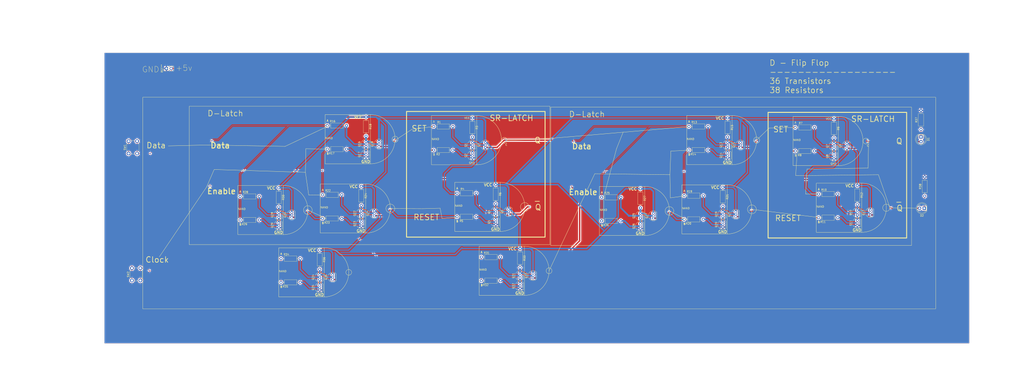
<source format=kicad_pcb>
(kicad_pcb (version 20221018) (generator pcbnew)
  (layers (0 "F.Cu" signal) (31 "B.Cu" signal) (34 "B.Paste" user) (35 "F.Paste" user) (36 "B.SilkS" user "B.Silkscreen") (37 "F.SilkS" user "F.Silkscreen") (38 "B.Mask" user) (39 "F.Mask" user) (44 "Edge.Cuts" user))
  (net 0 "")
  (net 1 "GND")
  (net 2 "VCC")
  (net 3 "/Register/D-Flip-Flop/!Q")
  (net 4 "/Register/D-Flip-Flop/Q")
  (net 5 "Net-(D1-K)")
  (net 6 "Net-(D2-K)")
  (net 7 "/Register/D-Flip-Flop/Data")
  (net 8 "/Register/D-Flip-Flop/Clock")
  (net 9 "Net-(Q1-E)")
  (net 10 "Net-(Q1-B)")
  (net 11 "Net-(Q1-C)")
  (net 12 "Net-(Q2-B)")
  (net 13 "/Register/D-Flip-Flop/D-Latch/Q")
  (net 14 "Net-(Q4-E)")
  (net 15 "Net-(Q4-B)")
  (net 16 "Net-(Q4-C)")
  (net 17 "Net-(Q5-B)")
  (net 18 "/Register/D-Flip-Flop/D-Latch/!Q")
  (net 19 "Net-(Q7-E)")
  (net 20 "Net-(Q7-B)")
  (net 21 "Net-(Q7-C)")
  (net 22 "Net-(Q8-B)")
  (net 23 "Net-(Q10-E)")
  (net 24 "Net-(Q10-B)")
  (net 25 "Net-(Q10-C)")
  (net 26 "Net-(Q11-B)")
  (net 27 "Net-(Q13-E)")
  (net 28 "Net-(Q13-B)")
  (net 29 "Net-(Q13-C)")
  (net 30 "Net-(Q14-B)")
  (net 31 "/Register/D-Flip-Flop/D-Latch1/NAND12/C")
  (net 32 "Net-(Q16-E)")
  (net 33 "Net-(Q16-B)")
  (net 34 "Net-(Q16-C)")
  (net 35 "Net-(Q17-B)")
  (net 36 "/Register/D-Flip-Flop/D-Latch/NAND12/C")
  (net 37 "Net-(Q19-E)")
  (net 38 "Net-(Q19-B)")
  (net 39 "Net-(Q19-C)")
  (net 40 "Net-(Q20-B)")
  (net 41 "/Register/D-Flip-Flop/D-Latch1/NAND13/C")
  (net 42 "Net-(Q22-E)")
  (net 43 "Net-(Q22-B)")
  (net 44 "Net-(Q22-C)")
  (net 45 "Net-(Q23-B)")
  (net 46 "/Register/D-Flip-Flop/D-Latch/NAND13/C")
  (net 47 "Net-(Q25-E)")
  (net 48 "Net-(Q25-B)")
  (net 49 "Net-(Q25-C)")
  (net 50 "Net-(Q26-B)")
  (net 51 "/Register/D-Flip-Flop/D-Latch1/NAND13/B")
  (net 52 "Net-(Q28-E)")
  (net 53 "Net-(Q28-B)")
  (net 54 "Net-(Q28-C)")
  (net 55 "Net-(Q29-B)")
  (net 56 "/Register/D-Flip-Flop/D-Latch/NAND13/B")
  (net 57 "/Register/D-Flip-Flop/D-Latch1/Enable")
  (net 58 "/Register/D-Flip-Flop/D-Latch/Enable")
  (net 59 "Net-(Q31-E)")
  (net 60 "Net-(Q31-B)")
  (net 61 "Net-(Q31-C)")
  (net 62 "Net-(Q32-B)")
  (net 63 "Net-(Q34-E)")
  (net 64 "Net-(Q34-B)")
  (net 65 "Net-(Q34-C)")
  (net 66 "Net-(Q35-B)")
  (footprint "Package_TO_SOT_THT:TO-92_Inline" (layer "F.Cu") (at 631.75 414.04 90)
    (fp_text reference "Q13")
    (fp_text value "2N3904")
  )
  (footprint "Package_TO_SOT_THT:TO-92_Inline" (layer "F.Cu") (at 700.335 449.84 90)
    (fp_text reference "Q10")
    (fp_text value "2N3904")
  )
  (footprint "Package_TO_SOT_THT:TO-92_Inline" (layer "F.Cu") (at 422.935 484.02 90)
    (fp_text reference "Q36")
    (fp_text value "2N3904")
  )
  (footprint "Resistor_THT:R_Axial_DIN0207_L6.3mm_D2.5mm_P10.16mm_Horizontal" (layer "F.Cu") (at 488.650001 450.78)
    (fp_text reference "R5")
    (fp_text value "1000")
  )
  (footprint "Package_TO_SOT_THT:TO-92_Inline" (layer "F.Cu") (at 440.555 413.570001 90)
    (fp_text reference "Q16")
    (fp_text value "2N3904")
  )
  (footprint "Package_TO_SOT_THT:TO-92_Inline" (layer "F.Cu") (at 688 414.54 90)
    (fp_text reference "Q7")
    (fp_text value "2N3904")
  )
  (footprint "LED_THT:LED_D5.0mm_Clear" (layer "F.Cu") (at 735.775 446.25 180)
    (fp_text reference "D2")
    (fp_text value "LED")
  )
  (footprint "Resistor_THT:R_Axial_DIN0207_L6.3mm_D2.5mm_P10.16mm_Horizontal" (layer "F.Cu") (at 476.315 402.980001)
    (fp_text reference "R1")
    (fp_text value "1000")
  )
  (footprint "Package_TO_SOT_THT:TO-92_Inline" (layer "F.Cu") (at 503.665 414.05 90)
    (fp_text reference "Q3")
    (fp_text value "2N3904")
  )
  (footprint "Resistor_THT:R_Axial_DIN0207_L6.3mm_D2.5mm_P10.16mm_Horizontal" (layer "F.Cu") (at 700.335 434.22 -90)
    (fp_text reference "R12")
    (fp_text value "100")
  )
  (footprint "Resistor_THT:R_Axial_DIN0207_L6.3mm_D2.5mm_P10.16mm_Horizontal" (layer "F.Cu") (at 631.75 398.42 -90)
    (fp_text reference "R15")
    (fp_text value "100")
  )
  (footprint "Resistor_THT:R_Axial_DIN0207_L6.3mm_D2.5mm_P10.16mm_Horizontal" (layer "F.Cu") (at 734 404.58 90)
    (fp_text reference "R37")
    (fp_text value "1000")
  )
  (footprint "Package_TO_SOT_THT:TO-92_Inline" (layer "F.Cu") (at 509.14 454.85 90)
    (fp_text reference "Q5")
    (fp_text value "2N3904")
  )
  (footprint "Resistor_THT:R_Axial_DIN0207_L6.3mm_D2.5mm_P10.16mm_Horizontal" (layer "F.Cu") (at 667.51 403.450001)
    (fp_text reference "R7")
    (fp_text value "1000")
  )
  (footprint "Resistor_THT:R_Axial_DIN0207_L6.3mm_D2.5mm_P10.16mm_Horizontal" (layer "F.Cu") (at 420.065001 414.980001)
    (fp_text reference "R17")
    (fp_text value "1000")
  )
  (footprint "Resistor_THT:R_Axial_DIN0207_L6.3mm_D2.5mm_P10.16mm_Horizontal" (layer "F.Cu") (at 395.585001 485.45)
    (fp_text reference "R35")
    (fp_text value "1000")
  )
  (footprint "Resistor_THT:R_Axial_DIN0207_L6.3mm_D2.5mm_P10.16mm_Horizontal" (layer "F.Cu") (at 395.585001 472.950005)
    (fp_text reference "R34")
    (fp_text value "1000")
  )
  (footprint "Resistor_THT:R_Axial_DIN0207_L6.3mm_D2.5mm_P10.16mm_Horizontal" (layer "F.Cu") (at 373.955001 439.980004)
    (fp_text reference "R28")
    (fp_text value "1000")
  )
  (footprint "Resistor_THT:R_Axial_DIN0207_L6.3mm_D2.5mm_P10.16mm_Horizontal" (layer "F.Cu") (at 679.845001 451.25)
    (fp_text reference "R11")
    (fp_text value "1000")
  )
  (footprint "Package_TO_SOT_THT:TO-92_Inline" (layer "F.Cu") (at 509.14 449.37 90)
    (fp_text reference "Q4")
    (fp_text value "2N3904")
  )
  (footprint "Resistor_THT:R_Axial_DIN0207_L6.3mm_D2.5mm_P10.16mm_Horizontal" (layer "F.Cu") (at 476.315 415.48)
    (fp_text reference "R2")
    (fp_text value "1000")
  )
  (footprint "Resistor_THT:R_Axial_DIN0207_L6.3mm_D2.5mm_P10.16mm_Horizontal" (layer "F.Cu") (at 373.955001 452.48)
    (fp_text reference "R29")
    (fp_text value "1000")
  )
  (footprint "Package_TO_SOT_THT:TO-92_Inline" (layer "F.Cu") (at 416.075 489.52 90)
    (fp_text reference "Q35")
    (fp_text value "2N3904")
  )
  (footprint "Resistor_THT:R_Axial_DIN0207_L6.3mm_D2.5mm_P10.16mm_Horizontal" (layer "F.Cu") (at 488.650001 438.280002)
    (fp_text reference "R4")
    (fp_text value "1000")
  )
  (footprint "Package_TO_SOT_THT:TO-92_Inline" (layer "F.Cu") (at 438.055 455.72 90)
    (fp_text reference "Q23")
    (fp_text value "2N3904")
  )
  (footprint "Resistor_THT:R_Axial_DIN0207_L6.3mm_D2.5mm_P10.16mm_Horizontal" (layer "F.Cu") (at 501.510001 484.62)
    (fp_text reference "R32")
    (fp_text value "1000")
  )
  (footprint "Package_TO_SOT_THT:TO-92_Inline" (layer "F.Cu") (at 592.5 451.52 90)
    (fp_text reference "Q27")
    (fp_text value "2N3904")
  )
  (footprint "Package_TO_SOT_THT:TO-92_Inline" (layer "F.Cu") (at 394.445 456.55 90)
    (fp_text reference "Q29")
    (fp_text value "2N3904")
  )
  (footprint "Resistor_THT:R_Axial_DIN0207_L6.3mm_D2.5mm_P10.16mm_Horizontal" (layer "F.Cu") (at 501.510001 472.120005)
    (fp_text reference "R31")
    (fp_text value "1000")
  )
  (footprint "Package_TO_SOT_THT:TO-92_Inline" (layer "F.Cu") (at 629.25 450.71 90)
    (fp_text reference "Q19")
    (fp_text value "2N3904")
  )
  (footprint "Package_TO_SOT_THT:TO-92_Inline" (layer "F.Cu") (at 522 488.69 90)
    (fp_text reference "Q32")
    (fp_text value "2N3904")
  )
  (footprint "LED_THT:LED_D5.0mm_Clear" (layer "F.Cu") (at 734 408.46 -90)
    (fp_text reference "D1")
    (fp_text value "LED")
  )
  (footprint "Package_TO_SOT_THT:TO-92_Inline" (layer "F.Cu") (at 496.805 414.07 90)
    (fp_text reference "Q1")
    (fp_text value "2N3904")
  )
  (footprint "Resistor_THT:R_Axial_DIN0207_L6.3mm_D2.5mm_P10.16mm_Horizontal" (layer "F.Cu") (at 565.150001 440.450003)
    (fp_text reference "R25")
    (fp_text value "1000")
  )
  (footprint "Resistor_THT:R_Axial_DIN0207_L6.3mm_D2.5mm_P10.16mm_Horizontal" (layer "F.Cu") (at 509.14 433.75 -90)
    (fp_text reference "R6")
    (fp_text value "100")
  )
  (footprint "Resistor_THT:R_Axial_DIN0207_L6.3mm_D2.5mm_P10.16mm_Horizontal" (layer "F.Cu") (at 608.760001 452.12)
    (fp_text reference "R20")
    (fp_text value "1000")
  )
  (footprint "Package_TO_SOT_THT:TO-92_Inline" (layer "F.Cu") (at 444.915 450.22 90)
    (fp_text reference "Q24")
    (fp_text value "2N3904")
  )
  (footprint "Resistor_THT:R_Axial_DIN0207_L6.3mm_D2.5mm_P10.16mm_Horizontal" (layer "F.Cu") (at 611.260001 402.950003)
    (fp_text reference "R13")
    (fp_text value "1000")
  )
  (footprint "Resistor_THT:R_Axial_DIN0207_L6.3mm_D2.5mm_P10.16mm_Horizontal" (layer "F.Cu") (at 608.760001 439.620003)
    (fp_text reference "R19")
    (fp_text value "1000")
  )
  (footprint "Resistor_THT:R_Axial_DIN0207_L6.3mm_D2.5mm_P10.16mm_Horizontal" (layer "F.Cu") (at 417.565001 439.150004)
    (fp_text reference "R22")
    (fp_text value "1000")
  )
  (footprint "Button_Switch_THT:SW_PUSH_6mm" (layer "F.Cu") (at 315 417.25 90)
    (fp_text reference "SW1")
    (fp_text value "SW_Push_Dual")
  )
  (footprint "Resistor_THT:R_Axial_DIN0207_L6.3mm_D2.5mm_P10.16mm_Horizontal" (layer "F.Cu") (at 417.565001 451.65)
    (fp_text reference "R23")
    (fp_text value "1000")
  )
  (footprint "Resistor_THT:R_Axial_DIN0207_L6.3mm_D2.5mm_P10.16mm_Horizontal" (layer "F.Cu") (at 736 439.83 90)
    (fp_text reference "R38")
    (fp_text value "1000")
  )
  (footprint "Button_Switch_THT:SW_PUSH_6mm" (layer "F.Cu") (at 316.75 484.5 90)
    (fp_text reference "SW2")
    (fp_text value "SW_Push_Dual")
  )
  (footprint "Package_TO_SOT_THT:TO-92_Inline" (layer "F.Cu") (at 447.415 413.550001 90)
    (fp_text reference "Q18")
    (fp_text value "2N3904")
  )
  (footprint "Package_TO_SOT_THT:TO-92_Inline" (layer "F.Cu") (at 416.075 484.04 90)
    (fp_text reference "Q34")
    (fp_text value "2N3904")
  )
  (footprint "Package_TO_SOT_THT:TO-92_Inline" (layer "F.Cu") (at 688 420.02 90)
    (fp_text reference "Q8")
    (fp_text value "2N3904")
  )
  (footprint "Package_TO_SOT_THT:TO-92_Inline" (layer "F.Cu") (at 585.64 451.54 90)
    (fp_text reference "Q25")
    (fp_text value "2N3904")
  )
  (footprint "Resistor_THT:R_Axial_DIN0207_L6.3mm_D2.5mm_P10.16mm_Horizontal" (layer "F.Cu") (at 667.51 415.95)
    (fp_text reference "R8")
    (fp_text value "1000")
  )
  (footprint "Package_TO_SOT_THT:TO-92_Inline" (layer "F.Cu") (at 638.61 414.02 90)
    (fp_text reference "Q15")
    (fp_text value "2N3904")
  )
  (footprint "Package_TO_SOT_THT:TO-92_Inline" (layer "F.Cu") (at 528.86 483.19 90)
    (fp_text reference "Q33")
    (fp_text value "2N3904")
  )
  (footprint "Package_TO_SOT_THT:TO-92_Inline" (layer "F.Cu") (at 629.25 456.19 90)
    (fp_text reference "Q20")
    (fp_text value "2N3904")
  )
  (footprint "Package_TO_SOT_THT:TO-92_Inline" (layer "F.Cu") (at 636.11 450.69 90)
    (fp_text reference "Q21")
    (fp_text value "2N3904")
  )
  (footprint "Package_TO_SOT_THT:TO-92_Inline" (layer "F.Cu") (at 694.86 414.52 90)
    (fp_text reference "Q9")
    (fp_text value "2N3904")
  )
  (footprint "Package_TO_SOT_THT:TO-92_Inline" (layer "F.Cu") (at 496.805 419.55 90)
    (fp_text reference "Q2")
    (fp_text value "2N3904")
  )
  (footprint "Package_TO_SOT_THT:TO-92_Inline" (layer "F.Cu") (at 401.305 451.05 90)
    (fp_text reference "Q30")
    (fp_text value "2N3904")
  )
  (footprint "Resistor_THT:R_Axial_DIN0207_L6.3mm_D2.5mm_P10.16mm_Horizontal" (layer "F.Cu") (at 438.055 434.620001 -90)
    (fp_text reference "R24")
    (fp_text value "100")
  )
  (footprint "Resistor_THT:R_Axial_DIN0207_L6.3mm_D2.5mm_P10.16mm_Horizontal" (layer "F.Cu") (at 416.075 468.420001 -90)
    (fp_text reference "R36")
    (fp_text value "100")
  )
  (footprint "Resistor_THT:R_Axial_DIN0207_L6.3mm_D2.5mm_P10.16mm_Horizontal" (layer "F.Cu") (at 679.845001 438.750001)
    (fp_text reference "R10")
    (fp_text value "1000")
  )
  (footprint "Resistor_THT:R_Axial_DIN0207_L6.3mm_D2.5mm_P10.16mm_Horizontal" (layer "F.Cu") (at 565.150001 452.95)
    (fp_text reference "R26")
    (fp_text value "1000")
  )
  (footprint "Package_TO_SOT_THT:TO-92_Inline" (layer "F.Cu") (at 585.64 457.02 90)
    (fp_text reference "Q26")
    (fp_text value "2N3904")
  )
  (footprint "Package_TO_SOT_THT:TO-92_Inline" (layer "F.Cu") (at 700.335 455.32 90)
    (fp_text reference "Q11")
    (fp_text value "2N3904")
  )
  (footprint "Resistor_THT:R_Axial_DIN0207_L6.3mm_D2.5mm_P10.16mm_Horizontal" (layer "F.Cu") (at 496.805 398.45 -90)
    (fp_text reference "R3")
    (fp_text value "100")
  )
  (footprint "Package_TO_SOT_THT:TO-92_Inline" (layer "F.Cu") (at 631.75 419.52 90)
    (fp_text reference "Q14")
    (fp_text value "2N3904")
  )
  (footprint "Package_TO_SOT_THT:TO-92_Inline" (layer "F.Cu") (at 438.055 450.24 90)
    (fp_text reference "Q22")
    (fp_text value "2N3904")
  )
  (footprint "Package_TO_SOT_THT:TO-92_Inline" (layer "F.Cu") (at 522 483.21 90)
    (fp_text reference "Q31")
    (fp_text value "2N3904")
  )
  (footprint "Resistor_THT:R_Axial_DIN0207_L6.3mm_D2.5mm_P10.16mm_Horizontal" (layer "F.Cu") (at 611.260001 415.45)
    (fp_text reference "R14")
    (fp_text value "1000")
  )
  (footprint "Resistor_THT:R_Axial_DIN0207_L6.3mm_D2.5mm_P10.16mm_Horizontal" (layer "F.Cu") (at 420.065001 402.480004)
    (fp_text reference "R16")
    (fp_text value "1000")
  )
  (footprint "Resistor_THT:R_Axial_DIN0207_L6.3mm_D2.5mm_P10.16mm_Horizontal" (layer "F.Cu") (at 629.25 435.09 -90)
    (fp_text reference "R21")
    (fp_text value "100")
  )
  (footprint "Resistor_THT:R_Axial_DIN0207_L6.3mm_D2.5mm_P10.16mm_Horizontal" (layer "F.Cu") (at 394.445 435.450001 -90)
    (fp_text reference "R30")
    (fp_text value "100")
  )
  (footprint "Package_TO_SOT_THT:TO-92_Inline" (layer "F.Cu") (at 707.195 449.82 90)
    (fp_text reference "Q12")
    (fp_text value "2N3904")
  )
  (footprint "Resistor_THT:R_Axial_DIN0207_L6.3mm_D2.5mm_P10.16mm_Horizontal" (layer "F.Cu") (at 688 398.92 -90)
    (fp_text reference "R9")
    (fp_text value "100")
  )
  (footprint "Package_TO_SOT_THT:TO-92_Inline" (layer "F.Cu") (at 394.445 451.07 90)
    (fp_text reference "Q28")
    (fp_text value "2N3904")
  )
  (footprint "Resistor_THT:R_Axial_DIN0207_L6.3mm_D2.5mm_P10.16mm_Horizontal" (layer "F.Cu") (at 585.64 435.92 -90)
    (fp_text reference "R27")
    (fp_text value "100")
  )
  (footprint "Resistor_THT:R_Axial_DIN0207_L6.3mm_D2.5mm_P10.16mm_Horizontal" (layer "F.Cu") (at 522 467.590001 -90)
    (fp_text reference "R33")
    (fp_text value "100")
  )
  (footprint "Package_TO_SOT_THT:TO-92_Inline" (layer "F.Cu") (at 516 449.35 90)
    (fp_text reference "Q6")
    (fp_text value "2N3904")
  )
  (footprint "Resistor_THT:R_Axial_DIN0207_L6.3mm_D2.5mm_P10.16mm_Horizontal" (layer "F.Cu") (at 440.555 397.950001 -90)
    (fp_text reference "R18")
    (fp_text value "100")
  )
  (footprint "Connector_PinHeader_2.54mm:PinHeader_1x02_P2.54mm_Vertical" (layer "F.Cu") (at 335 372.25 90)
    (fp_text reference "REF**")
    (fp_text value "PinHeader_1x02_P2.54mm_Vertical")
  )
  (footprint "Package_TO_SOT_THT:TO-92_Inline" (layer "F.Cu") (at 440.555 419.050001 90)
    (fp_text reference "Q17")
    (fp_text value "2N3904")
  )
  (gr_line (start 711.5 428.5) (end 717.567253 446) (stroke (width 0.15)) (layer "F.SilkS"))
  (gr_line (start 453.395 446.4) (end 470.5 446.5) (stroke (width 0.15)) (layer "F.SilkS"))
  (gr_line (start 600.98 447.7) (end 609.800001 452.12) (stroke (width 0.15)) (layer "F.SilkS"))
  (gr_line (start 408.5 427.25) (end 410.25 439.25) (stroke (width 0.15)) (layer "F.SilkS"))
  (gr_line (start 356.25 435) (end 360.25 425.75) (stroke (width 0.15)) (layer "F.SilkS"))
  (gr_rect (start 678.675 433) (end 702.675 459) (stroke (width 0.15)) (fill none) (layer "F.SilkS"))
  (gr_line (start 566.190001 452.95) (end 566.190001 440.450003) (stroke (width 0.15)) (layer "F.SilkS"))
  (gr_circle (center 455.895 409.73) (end 457.415 410.2) (stroke (width 0.15)) (fill none) (layer "F.SilkS"))
  (gr_arc (start 442.895 396.73) (mid 455.895 409.73) (end 442.895 422.73) (stroke (width 0.15)) (layer "F.SilkS"))
  (gr_rect (start 610.09 397.2) (end 634.09 423.2) (stroke (width 0.15)) (fill none) (layer "F.SilkS"))
  (gr_line (start 357 412.75) (end 397.75 413.5) (stroke (width 0.15)) (layer "F.SilkS"))
  (gr_line (start 480.75 451.75) (end 489.690001 450.78) (stroke (width 0.15)) (layer "F.SilkS"))
  (gr_rect (start 563.98 434.7) (end 587.98 460.7) (stroke (width 0.15)) (fill none) (layer "F.SilkS"))
  (gr_line (start 409.785 447.23) (end 419.375001 451.65) (stroke (width 0.15)) (layer "F.SilkS"))
  (gr_rect (start 347.055 392.28) (end 537.805 465.53) (stroke (width 0.15)) (fill none) (layer "F.SilkS"))
  (gr_arc (start 396.785 434.23) (mid 409.785 447.23) (end 396.785 460.23) (stroke (width 0.15)) (layer "F.SilkS"))
  (gr_line (start 706 425) (end 673.75 425.5) (stroke (width 0.15)) (layer "F.SilkS"))
  (gr_line (start 673.75 425.5) (end 673 438.75) (stroke (width 0.15)) (layer "F.SilkS"))
  (gr_line (start 601.25 428.5) (end 601.75 416) (stroke (width 0.15)) (layer "F.SilkS"))
  (gr_arc (start 511.48 432.53) (mid 524.48 445.53) (end 511.48 458.53) (stroke (width 0.15)) (layer "F.SilkS"))
  (gr_line (start 653.75 403.75) (end 668.55 403.450001) (stroke (width 0.15)) (layer "F.SilkS"))
  (gr_line (start 673 438.75) (end 679.75 438.75) (stroke (width 0.15)) (layer "F.SilkS"))
  (gr_rect (start 394.415 467.2) (end 418.415 493.2) (stroke (width 0.15)) (fill none) (layer "F.SilkS"))
  (gr_line (start 601.25 428.5) (end 601.5 440.75) (stroke (width 0.15)) (layer "F.SilkS"))
  (gr_circle (center 524.48 445.53) (end 526.75 445.5) (stroke (width 0.15)) (fill none) (layer "F.SilkS"))
  (gr_rect (start 461.98 395.03) (end 535.23 461.53) (stroke (width 0.5)) (fill none) (layer "F.SilkS"))
  (gr_line (start 717.567253 446) (end 731.515 446.249538) (stroke (width 0.15)) (layer "F.SilkS"))
  (gr_line (start 647.09 410.2) (end 653.75 403.75) (stroke (width 0.15)) (layer "F.SilkS"))
  (gr_arc (start 690.34 397.7) (mid 703.34 410.7) (end 690.34 423.7) (stroke (width 0.15)) (layer "F.SilkS"))
  (gr_circle (center 704.84 410.7) (end 706.34 410.7) (stroke (width 0.15)) (fill none) (layer "F.SilkS"))
  (gr_rect (start 475.145 397.23) (end 499.145 423.23) (stroke (width 0.15)) (fill none) (layer "F.SilkS"))
  (gr_circle (center 537.34 479.37) (end 537.010001 477.87) (stroke (width 0.15)) (fill none) (layer "F.SilkS"))
  (gr_rect (start 416.395 433.4) (end 440.395 459.4) (stroke (width 0.15)) (fill none) (layer "F.SilkS"))
  (gr_rect (start 607.59 433.87) (end 631.59 459.87) (stroke (width 0.15)) (fill none) (layer "F.SilkS"))
  (gr_rect (start 538.25 392.75) (end 729 466) (stroke (width 0.15)) (fill none) (layer "F.SilkS"))
  (gr_circle (center 715.675 446) (end 717.5 445.5) (stroke (width 0.15)) (fill none) (layer "F.SilkS"))
  (gr_arc (start 634.09 397.2) (mid 647.09 410.2) (end 634.09 423.2) (stroke (width 0.15)) (layer "F.SilkS"))
  (gr_circle (center 644.59 446.87) (end 646.92 446.87) (stroke (width 0.15)) (fill none) (layer "F.SilkS"))
  (gr_circle (center 409.785 447.23) (end 410.305 449.45) (stroke (width 0.15)) (fill none) (layer "F.SilkS"))
  (gr_line (start 573 414.75) (end 576.5 406) (stroke (width 0.15)) (layer "F.SilkS"))
  (gr_rect (start 666.34 397.7) (end 690.34 423.7) (stroke (width 0.15)) (fill none) (layer "F.SilkS"))
  (gr_line (start 531.25 409.75) (end 550.25 408.25) (stroke (width 0.15)) (layer "F.SilkS"))
  (gr_line (start 515.145 410.23) (end 531.25 409.75) (stroke (width 0.15)) (layer "F.SilkS"))
  (gr_line (start 470.5 446.5) (end 479.75 446.25) (stroke (width 0.15)) (layer "F.SilkS"))
  (gr_arc (start 631.59 433.87) (mid 644.59 446.87) (end 631.59 459.87) (stroke (width 0.15)) (layer "F.SilkS"))
  (gr_line (start 408.75 414.75) (end 421.105001 414.980001) (stroke (width 0.15)) (layer "F.SilkS"))
  (gr_arc (start 524.34 466.37) (mid 537.34 479.37) (end 524.34 492.37) (stroke (width 0.15)) (layer "F.SilkS"))
  (gr_line (start 644.59 446.87) (end 680.885001 451.25) (stroke (width 0.15)) (layer "F.SilkS"))
  (gr_rect (start 653.175 395.5) (end 726.425 462) (stroke (width 0.5)) (fill none) (layer "F.SilkS"))
  (gr_line (start 408.5 427.25) (end 408.75 414.75) (stroke (width 0.15)) (layer "F.SilkS"))
  (gr_circle (center 431.415 480.2) (end 430.075 479.500001) (stroke (width 0.15)) (fill none) (layer "F.SilkS"))
  (gr_rect (start 500.34 466.37) (end 524.34 492.37) (stroke (width 0.15)) (fill none) (layer "F.SilkS"))
  (gr_arc (start 418.415 467.2) (mid 431.415 480.2) (end 418.415 493.2) (stroke (width 0.15)) (layer "F.SilkS"))
  (gr_line (start 456 410.25) (end 464.75 404.5) (stroke (width 0.15)) (layer "F.SilkS"))
  (gr_rect (start 418.895 396.73) (end 442.895 422.73) (stroke (width 0.15)) (fill none) (layer "F.SilkS"))
  (gr_line (start 561.5 428) (end 601.25 428.5) (stroke (width 0.15)) (layer "F.SilkS"))
  (gr_line (start 601.5 440.75) (end 609.800001 439.620003) (stroke (width 0.15)) (layer "F.SilkS"))
  (gr_line (start 550.25 408.25) (end 612.300001 402.950003) (stroke (width 0.15)) (layer "F.SilkS"))
  (gr_circle (center 600.98 447.7) (end 601.5 449.92) (stroke (width 0.15)) (fill none) (layer "F.SilkS"))
  (gr_line (start 537.34 479.37) (end 561.5 428) (stroke (width 0.15)) (layer "F.SilkS"))
  (gr_line (start 667.75 429) (end 711.5 428.5) (stroke (width 0.15)) (layer "F.SilkS"))
  (gr_arc (start 440.395 433.4) (mid 453.395 446.4) (end 440.395 459.4) (stroke (width 0.15)) (layer "F.SilkS"))
  (gr_arc (start 499.145 397.23) (mid 512.145 410.23) (end 499.145 423.23) (stroke (width 0.15)) (layer "F.SilkS"))
  (gr_rect (start 322.5 387.5) (end 741.75 499.5) (stroke (width 0.15)) (fill none) (layer "F.SilkS"))
  (gr_line (start 410.25 439.25) (end 418.605001 439.150004) (stroke (width 0.15)) (layer "F.SilkS"))
  (gr_line (start 360.25 425.75) (end 408.5 427.25) (stroke (width 0.15)) (layer "F.SilkS"))
  (gr_circle (center 513.645 410.23) (end 515.145 410.23) (stroke (width 0.15)) (fill none) (layer "F.SilkS"))
  (gr_line (start 331.25 472) (end 356.25 435) (stroke (width 0.15)) (layer "F.SilkS"))
  (gr_arc (start 587.98 434.7) (mid 600.98 447.7) (end 587.98 460.7) (stroke (width 0.15)) (layer "F.SilkS"))
  (gr_rect (start 487.48 432.53) (end 511.48 458.53) (stroke (width 0.15)) (fill none) (layer "F.SilkS"))
  (gr_circle (center 647.09 410.2) (end 648.61 410.67) (stroke (width 0.15)) (fill none) (layer "F.SilkS"))
  (gr_line (start 601.75 416) (end 612.300001 415.45) (stroke (width 0.15)) (layer "F.SilkS"))
  (gr_line (start 464.75 404.5) (end 476.25 403) (stroke (width 0.15)) (layer "F.SilkS"))
  (gr_line (start 668.55 415.95) (end 667.75 429) (stroke (width 0.15)) (layer "F.SilkS"))
  (gr_line (start 336 413.25) (end 357 412.75) (stroke (width 0.15)) (layer "F.SilkS"))
  (gr_circle (center 453.395 446.4) (end 455.725 446.4) (stroke (width 0.15)) (fill none) (layer "F.SilkS"))
  (gr_rect (start 372.785 434.23) (end 396.785 460.23) (stroke (width 0.15)) (fill none) (layer "F.SilkS"))
  (gr_line (start 397.75 413.5) (end 421.105001 402.480004) (stroke (width 0.15)) (layer "F.SilkS"))
  (gr_arc (start 702.675 433) (mid 715.675 446) (end 702.675 459) (stroke (width 0.15)) (layer "F.SilkS"))
  (gr_line (start 479.75 446.25) (end 480.75 451.75) (stroke (width 0.15)) (layer "F.SilkS"))
  (gr_line (start 706.34 410.7) (end 706 425) (stroke (width 0.15)) (layer "F.SilkS"))
  (gr_line (start 566.190001 440.450003) (end 573 414.75) (stroke (width 0.15)) (layer "F.SilkS"))
  (gr_rect (start 302.25 364) (end 759.5 517.75) (stroke (width 0.1)) (fill none) (layer "Edge.Cuts"))
  (gr_text "VCC" (at 409.665 469.45) (layer "F.SilkS") (effects (font (size 1.5 1.5) (thickness 0.3) bold) (justify left bottom)))
  (gr_text "A" (at 501.09 470.12) (layer "F.SilkS") (effects (font (size 1 1)) (justify left bottom)))
  (gr_text "A" (at 679.425 436.75) (layer "F.SilkS") (effects (font (size 1 1)) (justify left bottom)))
  (gr_text "Q" (at 720.675 412.5) (layer "F.SilkS") (effects (font (size 3 3) (thickness 0.35)) (justify left bottom)))
  (gr_text "VCC" (at 388.035 436.48) (layer "F.SilkS") (effects (font (size 1.5 1.5) (thickness 0.3) bold) (justify left bottom)))
  (gr_text "VCC" (at 434.145 398.98) (layer "F.SilkS") (effects (font (size 1.5 1.5) (thickness 0.3) bold) (justify left bottom)))
  (gr_text "C" (at 514.145 413.23) (layer "F.SilkS") (effects (font (size 1 1)) (justify left bottom)))
  (gr_text "GND" (at 629.09 422.95) (layer "F.SilkS") (effects (font (size 1.5 1.5) (thickness 0.3) bold) (justify left bottom)))
  (gr_text "Data" (at 549.25 415.25) (layer "F.SilkS") (effects (font (size 3 3) (thickness 0.5)) (justify left bottom)))
  (gr_text "B" (at 501.09 487.62) (layer "F.SilkS") (effects (font (size 1 1)) (justify left bottom)))
  (gr_text "+5v" (at 339.75 373.75) (layer "F.SilkS") (effects (font (size 3 3)) (justify left bottom)))
  (gr_text "B" (at 564.73 455.95) (layer "F.SilkS") (effects (font (size 1 1)) (justify left bottom)))
  (gr_text "VCC" (at 492.415 399.05) (layer "F.SilkS") (effects (font (size 1 1)) (justify left bottom)))
  (gr_text "B" (at 373.535 455.48) (layer "F.SilkS") (effects (font (size 1 1)) (justify left bottom)))
  (gr_text "B" (at 608.34 455.12) (layer "F.SilkS") (effects (font (size 1 1)) (justify left bottom)))
  (gr_text "SR-LATCH" (at 505.73 400.28) (layer "F.SilkS") (effects (font (size 3 3) (thickness 0.375)) (justify left bottom)))
  (gr_text "NAND" (at 487.48 445.53) (layer "F.SilkS") (effects (font (size 1 1)) (justify left bottom)))
  (gr_text "NAND" (at 500.34 479.37) (layer "F.SilkS") (effects (font (size 1 1)) (justify left bottom)))
  (gr_text "GND" (at 697.675 458.75) (layer "F.SilkS") (effects (font (size 1.5 1.5) (thickness 0.3) bold) (justify left bottom)))
  (gr_text "A" (at 395.165 470.95) (layer "F.SilkS") (effects (font (size 1 1)) (justify left bottom)))
  (gr_text "VCC" (at 515.59 468.62) (layer "F.SilkS") (effects (font (size 1.5 1.5) (thickness 0.3) bold) (justify left bottom)))
  (gr_text "A" (at 608.34 437.62) (layer "F.SilkS") (effects (font (size 1 1)) (justify left bottom)))
  (gr_text "A" (at 564.73 438.45) (layer "F.SilkS") (effects (font (size 1 1)) (justify left bottom)))
  (gr_text "NAND" (at 418.895 409.73) (layer "F.SilkS") (effects (font (size 1 1)) (justify left bottom)))
  (gr_text "A" (at 419.645 400.48) (layer "F.SilkS") (effects (font (size 1 1)) (justify left bottom)))
  (gr_text "B" (at 488.23 453.78) (layer "F.SilkS") (effects (font (size 1 1)) (justify left bottom)))
  (gr_text "B" (at 679.425 454.25) (layer "F.SilkS") (effects (font (size 1 1)) (justify left bottom)))
  (gr_text "A" (at 419.645 400.48) (layer "F.SilkS") (effects (font (size 1 1)) (justify left bottom)))
  (gr_text "NAND" (at 394.415 480.2) (layer "F.SilkS") (effects (font (size 1 1)) (justify left bottom)))
  (gr_text "B" (at 475.895 418.48) (layer "F.SilkS") (effects (font (size 1 1)) (justify left bottom)))
  (gr_text "GND" (at 506.48 458.28) (layer "F.SilkS") (effects (font (size 1.5 1.5) (thickness 0.3) bold) (justify left bottom)))
  (gr_text "NAND" (at 563.98 447.7) (layer "F.SilkS") (effects (font (size 1 1)) (justify left bottom)))
  (gr_text "GND" (at 413.415 492.95) (layer "F.SilkS") (effects (font (size 1.5 1.5) (thickness 0.3) bold) (justify left bottom)))
  (gr_text "GND" (at 322 374.5) (layer "F.SilkS") (effects (font (size 3 3)) (justify left bottom)))
  (gr_text "GND" (at 494.915 422.8) (layer "F.SilkS") (effects (font (size 1 1)) (justify left bottom)))
  (gr_text "Enable" (at 547.5 439.5) (layer "F.SilkS") (effects (font (size 3 3) (thickness 0.5)) (justify left bottom)))
  (gr_text "A" (at 667.09 401.45) (layer "F.SilkS") (effects (font (size 1 1)) (justify left bottom)))
  (gr_text "SET" (at 655.675 406.25) (layer "F.SilkS") (effects (font (size 3 3) (thickness 0.35)) (justify left bottom)))
  (gr_text "RESET" (at 656.675 453.25) (layer "F.SilkS") (effects (font (size 3 3) (thickness 0.35)) (justify left bottom)))
  (gr_text "NAND" (at 475.145 410.23) (layer "F.SilkS") (effects (font (size 1 1)) (justify left bottom)))
  (gr_text "B" (at 610.84 418.45) (layer "F.SilkS") (effects (font (size 1 1)) (justify left bottom)))
  (gr_text "B" (at 417.145 454.65) (layer "F.SilkS") (effects (font (size 1 1)) (justify left bottom)))
  (gr_text "NAND" (at 607.59 446.87) (layer "F.SilkS") (effects (font (size 1 1)) (justify left bottom)))
  (gr_text "A" (at 488.23 436.28) (layer "F.SilkS") (effects (font (size 1 1)) (justify left bottom)))
  (gr_text "B" (at 419.645 417.98) (layer "F.SilkS") (effects (font (size 1 1)) (justify left bottom)))
  (gr_text "A" (at 395.165 470.95) (layer "F.SilkS") (effects (font (size 1 1)) (justify left bottom)))
  (gr_text "_\nQ" (at 529.73 447.53) (layer "F.SilkS") (effects (font (size 3 3) (thickness 0.35)) (justify left bottom)))
  (gr_text "SET" (at 464.48 405.78) (layer "F.SilkS") (effects (font (size 3 3) (thickness 0.35)) (justify left bottom)))
  (gr_text "NAND" (at 610.09 410.2) (layer "F.SilkS") (effects (font (size 1 1)) (justify left bottom)))
  (gr_text "Enable" (at 356.305 439.03) (layer "F.SilkS") (effects (font (size 3 3) (thickness 0.5)) (justify left bottom)))
  (gr_text "Q" (at 529.48 412.03) (layer "F.SilkS") (effects (font (size 3 3) (thickness 0.35)) (justify left bottom)))
  (gr_text "NAND" (at 678.675 446) (layer "F.SilkS") (effects (font (size 1 1)) (justify left bottom)))
  (gr_text "GND" (at 391.785 459.98) (layer "F.SilkS") (effects (font (size 1.5 1.5) (thickness 0.3) bold) (justify left bottom)))
  (gr_text "B" (at 419.645 417.98) (layer "F.SilkS") (effects (font (size 1 1)) (justify left bottom)))
  (gr_text "GND" (at 435.395 459.15) (layer "F.SilkS") (effects (font (size 1.5 1.5) (thickness 0.3) bold) (justify left bottom)))
  (gr_text "GND" (at 626.59 459.62) (layer "F.SilkS") (effects (font (size 1.5 1.5) (thickness 0.3) bold) (justify left bottom)))
  (gr_text "VCC" (at 693.925 435.25) (layer "F.SilkS") (effects (font (size 1.5 1.5) (thickness 0.3) bold) (justify left bottom)))
  (gr_text "B" (at 610.84 418.45) (layer "F.SilkS") (effects (font (size 1 1)) (justify left bottom)))
  (gr_text "_\nQ" (at 720.925 448) (layer "F.SilkS") (effects (font (size 3 3) (thickness 0.35)) (justify left bottom)))
  (gr_text "A" (at 417.145 437.15) (layer "F.SilkS") (effects (font (size 1 1)) (justify left bottom)))
  (gr_text "B" (at 667.09 418.95) (layer "F.SilkS") (effects (font (size 1 1)) (justify left bottom)))
  (gr_text "NAND" (at 666.34 410.7) (layer "F.SilkS") (effects (font (size 1 1)) (justify left bottom)))
  (gr_text "A" (at 373.535 437.98) (layer "F.SilkS") (effects (font (size 1 1)) (justify left bottom)))
  (gr_text "A" (at 679.425 436.75) (layer "F.SilkS") (effects (font (size 1 1)) (justify left bottom)))
  (gr_text "RESET" (at 465.48 452.78) (layer "F.SilkS") (effects (font (size 3 3) (thickness 0.35)) (justify left bottom)))
  (gr_text "A" (at 488.23 436.28) (layer "F.SilkS") (effects (font (size 1 1)) (justify left bottom)))
  (gr_text "B" (at 488.23 453.78) (layer "F.SilkS") (effects (font (size 1 1)) (justify left bottom)))
  (gr_text "NAND" (at 372.785 447.23) (layer "F.SilkS") (effects (font (size 1 1)) (justify left bottom)))
  (gr_text "VCC" (at 625.34 399.45) (layer "F.SilkS") (effects (font (size 1.5 1.5) (thickness 0.3) bold) (justify left bottom)))
  (gr_text "A" (at 475.895 400.98) (layer "F.SilkS") (effects (font (size 1 1)) (justify left bottom)))
  (gr_text "SR-LATCH" (at 696.925 400.75) (layer "F.SilkS") (effects (font (size 3 3) (thickness 0.375)) (justify left bottom)))
  (gr_text "Data" (at 358.055 414.78) (layer "F.SilkS") (effects (font (size 3 3) (thickness 0.5)) (justify left bottom)))
  (gr_text "A" (at 610.84 400.95) (layer "F.SilkS") (effects (font (size 1 1)) (justify left bottom)))
  (gr_text "B" (at 679.425 454.25) (layer "F.SilkS") (effects (font (size 1 1)) (justify left bottom)))
  (gr_text "D-Latch" (at 356.555 397.78) (layer "F.SilkS") (effects (font (size 3 3) (thickness 0.3)) (justify left bottom)))
  (gr_text "VCC" (at 502.73 434.78) (layer "F.SilkS") (effects (font (size 1.5 1.5) (thickness 0.3) bold) (justify left bottom)))
  (gr_text "A" (at 501.09 470.12) (layer "F.SilkS") (effects (font (size 1 1)) (justify left bottom)))
  (gr_text "VCC" (at 431.645 435.65) (layer "F.SilkS") (effects (font (size 1.5 1.5) (thickness 0.3) bold) (justify left bottom)))
  (gr_text "A" (at 564.73 438.45) (layer "F.SilkS") (effects (font (size 1 1)) (justify left bottom)))
  (gr_text "VCC" (at 683.61 399.52) (layer "F.SilkS") (effects (font (size 1 1)) (justify left bottom)))
  (gr_text "GND" (at 437.895 422.48) (layer "F.SilkS") (effects (font (size 1.5 1.5) (thickness 0.3) bold) (justify left bottom)))
  (gr_text "B" (at 608.34 455.12) (layer "F.SilkS") (effects (font (size 1 1)) (justify left bottom)))
  (gr_text "VCC" (at 579.23 436.95) (layer "F.SilkS") (effects (font (size 1.5 1.5) (thickness 0.3) bold) (justify left bottom)))
  (gr_text "B" (at 564.73 455.95) (layer "F.SilkS") (effects (font (size 1 1)) (justify left bottom)))
  (gr_text "GND" (at 582.98 460.45) (layer "F.SilkS") (effects (font (size 1.5 1.5) (thickness 0.3) bold) (justify left bottom)))
  (gr_text "D - Flip Flop\n------------------\n36 Transistors\n38 Resistors" (at 653.75 385.5) (layer "F.SilkS") (effects (font (size 3 3) (thickness 0.3) bold) (justify left bottom)))
  (gr_text "D-Latch" (at 547.75 398.25) (layer "F.SilkS") (effects (font (size 3 3) (thickness 0.3)) (justify left bottom)))
  (gr_text "B" (at 395.165 488.45) (layer "F.SilkS") (effects (font (size 1 1)) (justify left bottom)))
  (gr_text "B" (at 395.165 488.45) (layer "F.SilkS") (effects (font (size 1 1)) (justify left bottom)))
  (gr_text "Clock" (at 323.75 475.25) (layer "F.SilkS") (effects (font (size 3 3) (thickness 0.35)) (justify left bottom)))
  (gr_text "Data" (at 324.25 414.75) (layer "F.SilkS") (effects (font (size 3 3) (thickness 0.35)) (justify left bottom)))
  (gr_text "B" (at 417.145 454.65) (layer "F.SilkS") (effects (font (size 1 1)) (justify left bottom)))
  (gr_text "C" (at 705.34 413.7) (layer "F.SilkS") (effects (font (size 1 1)) (justify left bottom)))
  (gr_text "VCC" (at 622.84 436.12) (layer "F.SilkS") (effects (font (size 1.5 1.5) (thickness 0.3) bold) (justify left bottom)))
  (gr_text "B" (at 373.535 455.48) (layer "F.SilkS") (effects (font (size 1 1)) (justify left bottom)))
  (gr_text "A" (at 610.84 400.95) (layer "F.SilkS") (effects (font (size 1 1)) (justify left bottom)))
  (gr_text "A" (at 608.34 437.62) (layer "F.SilkS") (effects (font (size 1 1)) (justify left bottom)))
  (gr_text "A" (at 373.535 437.98) (layer "F.SilkS") (effects (font (size 1 1)) (justify left bottom)))
  (gr_text "NAND" (at 416.395 446.4) (layer "F.SilkS") (effects (font (size 1 1)) (justify left bottom)))
  (gr_text "GND" (at 686.11 423.27) (layer "F.SilkS") (effects (font (size 1 1)) (justify left bottom)))
  (gr_text "B" (at 501.09 487.62) (layer "F.SilkS") (effects (font (size 1 1)) (justify left bottom)))
  (gr_text "A" (at 417.145 437.15) (layer "F.SilkS") (effects (font (size 1 1)) (justify left bottom)))
  (gr_text "GND" (at 519.34 492.12) (layer "F.SilkS") (effects (font (size 1.5 1.5) (thickness 0.3) bold) (justify left bottom)))
  (segment (start 316.75 419) (end 315 417.25) (width 0.25) (layer "F.Cu") (net 2))
  (segment (start 316.75 478) (end 316.75 419) (width 0.25) (layer "F.Cu") (net 2))
  (segment (start 316.75 484.5) (end 316.75 478) (width 0.25) (layer "F.Cu") (net 2))
  (segment (start 337.54 372.25) (end 364.550305 372.25) (width 1) (layer "F.Cu") (net 2))
  (segment (start 429.450001 397.950001) (end 440.555 397.950001) (width 1) (layer "F.Cu") (net 2))
  (segment (start 315 410.75) (end 337.54 388.21) (width 0.25) (layer "F.Cu") (net 2))
  (segment (start 426.25 394.75) (end 429.450001 397.950001) (width 1) (layer "F.Cu") (net 2))
  (segment (start 387.050305 394.75) (end 426.25 394.75) (width 1) (layer "F.Cu") (net 2))
  (segment (start 315 417.25) (end 315 410.75) (width 0.25) (layer "F.Cu") (net 2))
  (segment (start 364.550305 372.25) (end 387.050305 394.75) (width 1) (layer "F.Cu") (net 2))
  (segment (start 337.54 372.25) (end 342 372.25) (width 0.25) (layer "F.Cu") (net 2))
  (segment (start 337.54 388.21) (end 337.54 372.25) (width 0.25) (layer "F.Cu") (net 2))
  (segment (start 707.195 447.28) (end 707.195 435.66) (width 0.75) (layer "B.Cu") (net 2))
  (segment (start 447.415 399.39) (end 445.975 397.95) (width 0.75) (layer "B.Cu") (net 2))
  (segment (start 421.495 468.42) (end 416.075 468.42) (width 0.75) (layer "B.Cu") (net 2))
  (segment (start 528.86 469.03) (end 527.42 467.59) (width 0.75) (layer "B.Cu") (net 2))
  (segment (start 514.56 433.75) (end 509.14 433.75) (width 0.75) (layer "B.Cu") (net 2))
  (segment (start 444.915 447.68) (end 444.915 436.06) (width 0.75) (layer "B.Cu") (net 2))
  (segment (start 513.5 433.75) (end 542 433.75) (width 0.75) (layer "B.Cu") (net 2))
  (segment (start 592.5 448.98) (end 592.5 437.36) (width 0.75) (layer "B.Cu") (net 2))
  (segment (start 401.305 448.51) (end 401.305 436.89) (width 0.75) (layer "B.Cu") (net 2))
  (segment (start 638.61 399.86) (end 637.25 398.5) (width 0.75) (layer "B.Cu") (net 2))
  (segment (start 591.06 435.92) (end 585.64 435.92) (width 0.75) (layer "B.Cu") (net 2))
  (segment (start 447.415 399.39) (end 445.975 397.95) (width 0.75) (layer "B.Cu") (net 2))
  (segment (start 638.61 399.86) (end 637.17 398.42) (width 0.75) (layer "B.Cu") (net 2))
  (segment (start 401.305 436.89) (end 399.865 435.45) (width 0.75) (layer "B.Cu") (net 2))
  (segment (start 399.865 435.45) (end 394.445 435.45) (width 0.75) (layer "B.Cu") (net 2))
  (segment (start 527.42 467.59) (end 522 467.59) (width 0.75) (layer "B.Cu") (net 2))
  (segment (start 401.305 436.89) (end 399.865 435.45) (width 0.75) (layer "B.Cu") (net 2))
  (segment (start 399.865 435.45) (end 394.445 435.45) (width 0.75) (layer "B.Cu") (net 2))
  (segment (start 447.415 411.01) (end 447.415 399.39) (width 0.75) (layer "B.Cu") (net 2))
  (segment (start 444.915 436.06) (end 443.475 434.62) (width 0.75) (layer "B.Cu") (net 2))
  (segment (start 522 467.590001) (end 557.286497 467.590001) (width 0.75) (layer "B.Cu") (net 2))
  (segment (start 448.25 451.5) (end 448.25 450.268675) (width 0.75) (layer "B.Cu") (net 2))
  (segment (start 637.17 398.42) (end 631.75 398.42) (width 0.75) (layer "B.Cu") (net 2))
  (segment (start 445.975 397.95) (end 440.555 397.95) (width 0.75) (layer "B.Cu") (net 2))
  (segment (start 491.590001 467.590001) (end 522 467.590001) (width 0.75) (layer "B.Cu") (net 2))
  (segment (start 592.5 448.98) (end 592.5 437.36) (width 0.75) (layer "B.Cu") (net 2))
  (segment (start 638.61 411.48) (end 638.61 399.86) (width 0.75) (layer "B.Cu") (net 2))
  (segment (start 504.411325 411.51) (end 503.665 411.51) (width 0.75) (layer "B.Cu") (net 2))
  (segment (start 527.42 467.59) (end 522 467.59) (width 0.75) (layer "B.Cu") (net 2))
  (segment (start 707.195 435.66) (end 705.755 434.22) (width 0.75) (layer "B.Cu") (net 2))
  (segment (start 591.06 435.92) (end 585.64 435.92) (width 0.75) (layer "B.Cu") (net 2))
  (segment (start 634.67 435.09) (end 629.25 435.09) (width 0.75) (layer "B.Cu") (net 2))
  (segment (start 399.865 435.45) (end 394.445 435.45) (width 0.75) (layer "B.Cu") (net 2))
  (segment (start 444.915 447.68) (end 444.915 436.06) (width 0.75) (layer "B.Cu") (net 2))
  (segment (start 642.25 427.51) (end 642.25 402.92) (width 0.75) (layer "B.Cu") (net 2))
  (segment (start 638.61 399.86) (end 637.17 398.42) (width 0.75) (layer "B.Cu") (net 2))
  (segment (start 516 446.81) (end 516 435.19) (width 0.75) (layer "B.Cu") (net 2))
  (segment (start 496.805 398.45) (end 549.5 398.45) (width 0.75) (layer "B.Cu") (net 2))
  (segment (start 637.17 398.42) (end 631.75 398.42) (width 0.75) (layer "B.Cu") (net 2))
  (segment (start 399.865 435.45) (end 394.445 435.45) (width 0.75) (layer "B.Cu") (net 2))
  (segment (start 503.665 399.89) (end 502.225 398.45) (width 0.75) (layer "B.Cu") (net 2))
  (segment (start 693.42 398.92) (end 688 398.92) (width 0.75) (layer "B.Cu") (net 2))
  (segment (start 516 435.19) (end 514.56 433.75) (width 0.75) (layer "B.Cu") (net 2))
  (segment (start 422.935 481.48) (end 422.935 469.86) (width 0.75) (layer "B.Cu") (net 2))
  (segment (start 522 452.063675) (end 516.746325 446.81) (width 0.75) (layer "B.Cu") (net 2))
  (segment (start 566.563249 458.313249) (end 573.935001 450.941497) (width 0.75) (layer "B.Cu") (net 2))
  (segment (start 451.055 427.04) (end 451.055 402.45) (width 0.75) (layer "B.Cu") (net 2))
  (segment (start 401.305 436.89) (end 399.865 435.45) (width 0.75) (layer "B.Cu") (net 2))
  (segment (start 426.825004 470.745005) (end 487.754995 470.745005) (width 0.75) (layer "B.Cu") (net 2))
  (segment (start 693.42 398.92) (end 688 398.92) (width 0.75) (layer "B.Cu") (net 2))
  (segment (start 694.86 411.98) (end 694.86 400.36) (width 0.75) (layer "B.Cu") (net 2))
  (segment (start 447.415 399.39) (end 446.055 398.03) (width 0.75) (layer "B.Cu") (net 2))
  (segment (start 447.055 398.45) (end 446.475 398.45) (width 0.75) (layer "B.Cu") (net 2))
  (segment (start 700.335 416.708675) (end 695.606325 411.98) (width 0.75) (layer "B.Cu") (net 2))
  (segment (start 447.415 399.39) (end 445.975 397.95) (width 0.75) (layer "B.Cu") (net 2))
  (segment (start 637.17 398.42) (end 631.75 398.42) (width 0.75) (layer "B.Cu") (net 2))
  (segment (start 549.5 398.45) (end 631.72 398.45) (width 0.75) (layer "B.Cu") (net 2))
  (segment (start 422.935 481.48) (end 422.935 469.86) (width 0.75) (layer "B.Cu") (net 2))
  (segment (start 636.11 436.53) (end 634.67 435.09) (width 0.75) (layer "B.Cu") (net 2))
  (segment (start 688 398.92) (end 638.25 398.92) (width 0.75) (layer "B.Cu") (net 2))
  (segment (start 637.67 398.92) (end 637.25 398.5) (width 0.75) (layer "B.Cu") (net 2))
  (segment (start 514.56 433.75) (end 509.14 433.75) (width 0.75) (layer "B.Cu") (net 2))
  (segment (start 592.5 448.98) (end 592.5 437.36) (width 0.75) (layer "B.Cu") (net 2))
  (segment (start 592.5 437.36) (end 591.06 435.92) (width 0.75) (layer "B.Cu") (net 2))
  (segment (start 514.56 433.75) (end 509.14 433.75) (width 0.75) (layer "B.Cu") (net 2))
  (segment (start 401.305 436.89) (end 399.865 435.45) (width 0.75) (layer "B.Cu") (net 2))
  (segment (start 707.195 435.66) (end 705.755 434.22) (width 0.75) (layer "B.Cu") (net 2))
  (segment (start 573.935001 439.814999) (end 577.83 435.92) (width 0.75) (layer "B.Cu") (net 2))
  (segment (start 705.755 434.22) (end 700.335 434.22) (width 0.75) (layer "B.Cu") (net 2))
  (segment (start 642.25 402.92) (end 638.25 398.92) (width 0.75) (layer "B.Cu") (net 2))
  (segment (start 592.5 437.36) (end 591.06 435.92) (width 0.75) (layer "B.Cu") (net 2))
  (segment (start 591.06 435.92) (end 585.64 435.92) (width 0.75) (layer "B.Cu") (net 2))
  (segment (start 705.755 434.22) (end 700.335 434.22) (width 0.75) (layer "B.Cu") (net 2))
  (segment (start 636.11 436.53) (end 634.67 435.09) (width 0.75) (layer "B.Cu") (net 2))
  (segment (start 527.42 467.59) (end 522 467.59) (width 0.75) (layer "B.Cu") (net 2))
  (segment (start 422.935 469.86) (end 421.495 468.42) (width 0.75) (layer "B.Cu") (net 2))
  (segment (start 636.11 436.53) (end 634.67 435.09) (width 0.75) (layer "B.Cu") (net 2))
  (segment (start 491.25 467.25) (end 491.590001 467.590001) (width 0.75) (layer "B.Cu") (net 2))
  (segment (start 707.195 447.28) (end 707.195 435.66) (width 0.75) (layer "B.Cu") (net 2))
  (segment (start 592.5 448.98) (end 592.5 437.36) (width 0.75) (layer "B.Cu") (net 2))
  (segment (start 514.56 433.75) (end 513.5 433.75) (width 0.75) (layer "B.Cu") (net 2))
  (segment (start 516 446.81) (end 516 435.19) (width 0.75) (layer "B.Cu") (net 2))
  (segment (start 527.42 467.59) (end 522 467.59) (width 0.75) (layer "B.Cu") (net 2))
  (segment (start 707.195 435.66) (end 705.755 434.22) (width 0.75) (layer "B.Cu") (net 2))
  (segment (start 502.225 398.45) (end 496.805 398.45) (width 0.75) (layer "B.Cu") (net 2))
  (segment (start 446.055 398.03) (end 445.975 397.95) (width 0.75) (layer "B.Cu") (net 2))
  (segment (start 487.754995 470.745005) (end 491.25 467.25) (width 0.75) (layer "B.Cu") (net 2))
  (segment (start 516 446.81) (end 516 435.19) (width 0.75) (layer "B.Cu") (net 2))
  (segment (start 445.975 397.95) (end 440.555 397.95) (width 0.75) (layer "B.Cu") (net 2))
  (segment (start 528.86 480.65) (end 528.86 469.03) (width 0.75) (layer "B.Cu") (net 2))
  (segment (start 514.56 433.75) (end 509.14 433.75) (width 0.75) (layer "B.Cu") (net 2))
  (segment (start 591.06 435.92) (end 585.64 435.92) (width 0.75) (layer "B.Cu") (net 2))
  (segment (start 637.17 398.42) (end 631.75 398.42) (width 0.75) (layer "B.Cu") (net 2))
  (segment (start 503.665 411.51) (end 503.665 399.89) (width 0.75) (layer "B.Cu") (net 2))
  (segment (start 514.56 433.75) (end 509.14 433.75) (width 0.75) (layer "B.Cu") (net 2))
  (segment (start 707.195 435.66) (end 705.755 434.22) (width 0.75) (layer "B.Cu") (net 2))
  (segment (start 638.61 399.86) (end 637.17 398.42) (width 0.75) (layer "B.Cu") (net 2))
  (segment (start 591.06 435.92) (end 585.64 435.92) (width 0.75) (layer "B.Cu") (net 2))
  (segment (start 516 435.19) (end 514.56 433.75) (width 0.75) (layer "B.Cu") (net 2))
  (segment (start 422.935 469.86) (end 421.495 468.42) (width 0.75) (layer "B.Cu") (net 2))
  (segment (start 431.945 397.950001) (end 440.555 397.950001) (width 0.75) (layer "B.Cu") (net 2))
  (segment (start 401.305 448.51) (end 401.305 436.89) (width 0.75) (layer "B.Cu") (net 2))
  (segment (start 636.11 448.15) (end 636.11 436.53) (width 0.75) (layer "B.Cu") (net 2))
  (segment (start 707.195 447.28) (end 707.195 435.66) (width 0.75) (layer "B.Cu") (net 2))
  (segment (start 516 435.19) (end 514.56 433.75) (width 0.75) (layer "B.Cu") (net 2))
  (segment (start 447.415 411.01) (end 447.415 399.39) (width 0.75) (layer "B.Cu") (net 2))
  (segment (start 444.915 447.68) (end 444.915 436.06) (width 0.75) (layer "B.Cu") (net 2))
  (segment (start 513.5 433.75) (end 509.14 433.75) (width 0.75) (layer "B.Cu") (net 2))
  (segment (start 631.72 398.45) (end 631.75 398.42) (width 0.75) (layer "B.Cu") (net 2))
  (segment (start 514.2 433.75) (end 549.5 398.45) (width 0.75) (layer "B.Cu") (net 2))
  (segment (start 636.11 436.53) (end 634.67 435.09) (width 0.75) (layer "B.Cu") (net 2))
  (segment (start 422.935 469.86) (end 421.495 468.42) (width 0.75) (layer "B.Cu") (net 2))
  (segment (start 528.86 469.03) (end 527.42 467.59) (width 0.75) (layer "B.Cu") (net 2))
  (segment (start 700.335 434.22) (end 700.335 416.708675) (width 0.75) (layer "B.Cu") (net 2))
  (segment (start 447.415 411.01) (end 447.415 399.39) (width 0.75) (layer "B.Cu") (net 2))
  (segment (start 637.17 398.42) (end 631.75 398.42) (width 0.75) (layer "B.Cu") (net 2))
  (segment (start 636.11 448.15) (end 636.11 436.53) (width 0.75) (layer "B.Cu") (net 2))
  (segment (start 694.86 411.98) (end 694.86 400.36) (width 0.75) (layer "B.Cu") (net 2))
  (segment (start 638.61 411.48) (end 638.61 399.86) (width 0.75) (layer "B.Cu") (net 2))
  (segment (start 448.25 450.268675) (end 445.661325 447.68) (width 0.75) (layer "B.Cu") (net 2))
  (segment (start 444.915 447.68) (end 444.915 436.06) (width 0.75) (layer "B.Cu") (net 2))
  (segment (start 444.915 447.68) (end 444.915 436.06) (width 0.75) (layer "B.Cu") (net 2))
  (segment (start 443.475 434.62) (end 438.055 434.62) (width 0.75) (layer "B.Cu") (net 2))
  (segment (start 528.86 480.65) (end 528.86 469.03) (width 0.75) (layer "B.Cu") (net 2))
  (segment (start 638.61 399.86) (end 637.17 398.42) (width 0.75) (layer "B.Cu") (net 2))
  (segment (start 444.915 436.06) (end 443.475 434.62) (width 0.75) (layer "B.Cu") (net 2))
  (segment (start 528.86 480.65) (end 528.86 469.03) (width 0.75) (layer "B.Cu") (net 2))
  (segment (start 443.475 434.62) (end 438.055 434.62) (width 0.75) (layer "B.Cu") (net 2))
  (segment (start 447.415 399.39) (end 445.975 397.95) (width 0.75) (layer "B.Cu") (net 2))
  (segment (start 503.665 411.51) (end 503.665 399.89) (width 0.75) (layer "B.Cu") (net 2))
  (segment (start 707.195 447.28) (end 707.195 435.66) (width 0.75) (layer "B.Cu") (net 2))
  (segment (start 516 435.19) (end 514.56 433.75) (width 0.75) (layer "B.Cu") (net 2))
  (segment (start 401.305 448.51) (end 401.305 436.89) (width 0.75) (layer "B.Cu") (net 2))
  (segment (start 636.11 448.15) (end 636.11 436.53) (width 0.75) (layer "B.Cu") (net 2))
  (segment (start 445.661325 447.68) (end 444.915 447.68) (width 0.25) (layer "B.Cu") (net 2))
  (segment (start 447.415 399.39) (end 445.975 397.95) (width 0.75) (layer "B.Cu") (net 2))
  (segment (start 509.14 416.238675) (end 504.411325 411.51) (width 0.75) (layer "B.Cu") (net 2))
  (segment (start 516.746325 446.81) (end 516 446.81) (width 0.75) (layer "B.Cu") (net 2))
  (segment (start 422.935 481.48) (end 422.935 469.86) (width 0.75) (layer "B.Cu") (net 2))
  (segment (start 573.935001 450.941497) (end 573.935001 439.814999) (width 0.75) (layer "B.Cu") (net 2))
  (segment (start 636.11 448.15) (end 636.11 436.53) (width 0.75) (layer "B.Cu") (net 2))
  (segment (start 592.5 437.36) (end 591.06 435.92) (width 0.75) (layer "B.Cu") (net 2))
  (segment (start 705.755 434.22) (end 700.335 434.22) (width 0.75) (layer "B.Cu") (net 2))
  (segment (start 636.11 448.15) (end 636.11 436.53) (width 0.75) (layer "B.Cu") (net 2))
  (segment (start 424.5 468.420001) (end 431.329999 468.420001) (width 0.75) (layer "B.Cu") (net 2))
  (segment (start 522 467.590001) (end 522 452.063675) (width 0.75) (layer "B.Cu") (net 2))
  (segment (start 528.86 469.03) (end 527.42 467.59) (width 0.75) (layer "B.Cu") (net 2))
  (segment (start 707.195 447.28) (end 707.195 435.66) (width 0.75) (layer "B.Cu") (net 2))
  (segment (start 416.075 468.420001) (end 424.5 468.420001) (width 0.75) (layer "B.Cu") (net 2))
  (segment (start 637.25 398.5) (end 637.17 398.42) (width 0.75) (layer "B.Cu") (net 2))
  (segment (start 638.61 411.48) (end 638.61 399.86) (width 0.75) (layer "B.Cu") (net 2))
  (segment (start 401.305 448.51) (end 401.305 436.89) (width 0.75) (layer "B.Cu") (net 2))
  (segment (start 637.17 398.42) (end 631.75 398.42) (width 0.75) (layer "B.Cu") (net 2))
  (segment (start 634.67 435.09) (end 629.25 435.09) (width 0.75) (layer "B.Cu") (net 2))
  (segment (start 401.305 448.51) (end 401.305 436.89) (width 0.75) (layer "B.Cu") (net 2))
  (segment (start 707.195 435.66) (end 705.755 434.22) (width 0.75) (layer "B.Cu") (net 2))
  (segment (start 707.195 435.66) (end 705.755 434.22) (width 0.75) (layer "B.Cu") (net 2))
  (segment (start 592.5 437.36) (end 591.06 435.92) (width 0.75) (layer "B.Cu") (net 2))
  (segment (start 401.305 436.89) (end 399.865 435.45) (width 0.75) (layer "B.Cu") (net 2))
  (segment (start 705.755 434.22) (end 700.335 434.22) (width 0.75) (layer "B.Cu") (net 2))
  (segment (start 431.329999 468.420001) (end 448.25 451.5) (width 0.75) (layer "B.Cu") (net 2))
  (segment (start 636.11 436.53) (end 634.67 435.09) (width 0.75) (layer "B.Cu") (net 2))
  (segment (start 503.665 399.89) (end 502.225 398.45) (width 0.75) (layer "B.Cu") (net 2))
  (segment (start 444.915 436.06) (end 443.475 434.62) (width 0.75) (layer "B.Cu") (net 2))
  (segment (start 528.86 480.65) (end 528.86 469.03) (width 0.75) (layer "B.Cu") (net 2))
  (segment (start 638.61 411.48) (end 638.61 399.86) (width 0.75) (layer "B.Cu") (net 2))
  (segment (start 443.475 434.62) (end 438.055 434.62) (width 0.75) (layer "B.Cu") (net 2))
  (segment (start 421.495 468.42) (end 416.075 468.42) (width 0.75) (layer "B.Cu") (net 2))
  (segment (start 528.86 469.03) (end 527.42 467.59) (width 0.75) (layer "B.Cu") (net 2))
  (segment (start 527.42 467.59) (end 522 467.59) (width 0.75) (layer "B.Cu") (net 2))
  (segment (start 592.5 437.36) (end 591.06 435.92) (width 0.75) (layer "B.Cu") (net 2))
  (segment (start 444.915 447.68) (end 444.915 436.06) (width 0.75) (layer "B.Cu") (net 2))
  (segment (start 634.67 435.09) (end 629.25 435.09) (width 0.75) (layer "B.Cu") (net 2))
  (segment (start 401.305 436.89) (end 399.865 435.45) (width 0.75) (layer "B.Cu") (net 2))
  (segment (start 502.225 398.45) (end 496.805 398.45) (width 0.75) (layer "B.Cu") (net 2))
  (segment (start 694.86 400.36) (end 693.42 398.92) (width 0.75) (layer "B.Cu") (net 2))
  (segment (start 527.42 467.59) (end 522 467.59) (width 0.75) (layer "B.Cu") (net 2))
  (segment (start 634.67 435.09) (end 629.25 435.09) (width 0.75) (layer "B.Cu") (net 2))
  (segment (start 443.475 434.62) (end 451.055 427.04) (width 0.75) (layer "B.Cu") (net 2))
  (segment (start 422.935 481.48) (end 422.935 469.86) (width 0.75) (layer "B.Cu") (net 2))
  (segment (start 516 446.81) (end 516 435.19) (width 0.75) (layer "B.Cu") (net 2))
  (segment (start 542 433.75) (end 566.563249 458.313249) (width 0.75) (layer "B.Cu") (net 2))
  (segment (start 591.06 435.92) (end 585.64 435.92) (width 0.75) (layer "B.Cu") (net 2))
  (segment (start 557.286497 467.590001) (end 566.563249 458.313249) (width 0.75) (layer "B.Cu") (net 2))
  (segment (start 528.86 469.03) (end 527.42 467.59) (width 0.75) (layer "B.Cu") (net 2))
  (segment (start 421.495 468.42) (end 416.075 468.42) (width 0.75) (layer "B.Cu") (net 2))
  (segment (start 638.61 411.48) (end 638.61 399.86) (width 0.75) (layer "B.Cu") (net 2))
  (segment (start 422.935 481.48) (end 422.935 469.86) (width 0.75) (layer "B.Cu") (net 2))
  (segment (start 634.67 435.09) (end 629.25 435.09) (width 0.75) (layer "B.Cu") (net 2))
  (segment (start 421.495 468.42) (end 416.075 468.42) (width 0.75) (layer "B.Cu") (net 2))
  (segment (start 636.11 436.53) (end 634.67 435.09) (width 0.75) (layer "B.Cu") (net 2))
  (segment (start 638.61 411.48) (end 638.61 399.86) (width 0.75) (layer "B.Cu") (net 2))
  (segment (start 447.415 411.01) (end 447.415 399.39) (width 0.75) (layer "B.Cu") (net 2))
  (segment (start 446.475 398.45) (end 446.055 398.03) (width 0.75) (layer "B.Cu") (net 2))
  (segment (start 422.935 469.86) (end 421.495 468.42) (width 0.75) (layer "B.Cu") (net 2))
  (segment (start 443.475 434.62) (end 438.055 434.62) (width 0.75) (layer "B.Cu") (net 2))
  (segment (start 516 435.19) (end 514.56 433.75) (width 0.75) (layer "B.Cu") (net 2))
  (segment (start 444.915 436.06) (end 443.475 434.62) (width 0.75) (layer "B.Cu") (net 2))
  (segment (start 422.935 469.86) (end 421.495 468.42) (width 0.75) (layer "B.Cu") (net 2))
  (segment (start 444.915 436.06) (end 443.475 434.62) (width 0.75) (layer "B.Cu") (net 2))
  (segment (start 509.14 433.75) (end 514.2 433.75) (width 0.75) (layer "B.Cu") (net 2))
  (segment (start 528.86 480.65) (end 528.86 469.03) (width 0.75) (layer "B.Cu") (net 2))
  (segment (start 394.445 435.450001) (end 431.945 397.950001) (width 0.75) (layer "B.Cu") (net 2))
  (segment (start 636.11 448.15) (end 636.11 436.53) (width 0.75) (layer "B.Cu") (net 2))
  (segment (start 592.5 448.98) (end 592.5 437.36) (width 0.75) (layer "B.Cu") (net 2))
  (segment (start 451.055 402.45) (end 447.055 398.45) (width 0.75) (layer "B.Cu") (net 2))
  (segment (start 445.975 397.95) (end 440.555 397.95) (width 0.75) (layer "B.Cu") (net 2))
  (segment (start 447.415 411.01) (end 447.415 399.39) (width 0.75) (layer "B.Cu") (net 2))
  (segment (start 516 446.81) (end 516 435.19) (width 0.75) (layer "B.Cu") (net 2))
  (segment (start 443.475 434.62) (end 438.055 434.62) (width 0.75) (layer "B.Cu") (net 2))
  (segment (start 401.305 448.51) (end 401.305 436.89) (width 0.75) (layer "B.Cu") (net 2))
  (segment (start 577.83 435.92) (end 585.64 435.92) (width 0.75) (layer "B.Cu") (net 2))
  (segment (start 421.495 468.42) (end 416.075 468.42) (width 0.75) (layer "B.Cu") (net 2))
  (segment (start 445.975 397.95) (end 440.555 397.95) (width 0.75) (layer "B.Cu") (net 2))
  (segment (start 445.975 397.95) (end 440.555 397.95) (width 0.75) (layer "B.Cu") (net 2))
  (segment (start 707.195 447.28) (end 707.195 435.66) (width 0.75) (layer "B.Cu") (net 2))
  (segment (start 528.86 469.03) (end 527.42 467.59) (width 0.75) (layer "B.Cu") (net 2))
  (segment (start 528.86 480.65) (end 528.86 469.03) (width 0.75) (layer "B.Cu") (net 2))
  (segment (start 705.755 434.22) (end 700.335 434.22) (width 0.75) (layer "B.Cu") (net 2))
  (segment (start 695.606325 411.98) (end 694.86 411.98) (width 0.75) (layer "B.Cu") (net 2))
  (segment (start 421.495 468.42) (end 416.075 468.42) (width 0.75) (layer "B.Cu") (net 2))
  (segment (start 516 446.81) (end 516 435.19) (width 0.75) (layer "B.Cu") (net 2))
  (segment (start 634.67 435.09) (end 629.25 435.09) (width 0.75) (layer "B.Cu") (net 2))
  (segment (start 638.25 398.92) (end 637.67 398.92) (width 0.75) (layer "B.Cu") (net 2))
  (segment (start 444.915 436.06) (end 443.475 434.62) (width 0.75) (layer "B.Cu") (net 2))
  (segment (start 634.67 435.09) (end 642.25 427.51) (width 0.75) (layer "B.Cu") (net 2))
  (segment (start 496.805 398.45) (end 447.055 398.45) (width 0.75) (layer "B.Cu") (net 2))
  (segment (start 592.5 437.36) (end 591.06 435.92) (width 0.75) (layer "B.Cu") (net 2))
  (segment (start 399.865 435.45) (end 394.445 435.45) (width 0.75) (layer "B.Cu") (net 2))
  (segment (start 705.755 434.22) (end 700.335 434.22) (width 0.75) (layer "B.Cu") (net 2))
  (segment (start 592.5 448.98) (end 592.5 437.36) (width 0.75) (layer "B.Cu") (net 2))
  (segment (start 399.865 435.45) (end 394.445 435.45) (width 0.75) (layer "B.Cu") (net 2))
  (segment (start 445.975 397.95) (end 440.555 397.95) (width 0.75) (layer "B.Cu") (net 2))
  (segment (start 443.475 434.62) (end 438.055 434.62) (width 0.75) (layer "B.Cu") (net 2))
  (segment (start 638.61 399.86) (end 637.17 398.42) (width 0.75) (layer "B.Cu") (net 2))
  (segment (start 424.5 468.420001) (end 426.825004 470.745005) (width 0.75) (layer "B.Cu") (net 2))
  (segment (start 422.935 481.48) (end 422.935 469.86) (width 0.75) (layer "B.Cu") (net 2))
  (segment (start 422.935 469.86) (end 421.495 468.42) (width 0.75) (layer "B.Cu") (net 2))
  (segment (start 694.86 400.36) (end 693.42 398.92) (width 0.75) (layer "B.Cu") (net 2))
  (segment (start 516 435.19) (end 514.56 433.75) (width 0.75) (layer "B.Cu") (net 2))
  (segment (start 447.415 411.01) (end 447.415 399.39) (width 0.75) (layer "B.Cu") (net 2))
  (segment (start 509.14 433.75) (end 509.14 416.238675) (width 0.75) (layer "B.Cu") (net 2))
  (segment (start 660.675 421.25) (end 665.975 415.95) (width 0.75) (layer "F.Cu") (net 3))
  (segment (start 707.195 449.82) (end 705.515 451.5) (width 0.75) (layer "F.Cu") (net 3))
  (segment (start 665.675 431) (end 660.675 426) (width 0.75) (layer "F.Cu") (net 3))
  (segment (start 688.925 431) (end 665.675 431) (width 0.75) (layer "F.Cu") (net 3))
  (segment (start 660.675 426) (end 660.675 421.25) (width 0.75) (layer "F.Cu") (net 3))
  (segment (start 713.355 449.82) (end 707.195 449.82) (width 0.75) (layer "F.Cu") (net 3))
  (segment (start 718.175 446) (end 717.175 446) (width 0.75) (layer "F.Cu") (net 3))
  (segment (start 692.425 445.75) (end 692.425 434.5) (width 0.75) (layer "F.Cu") (net 3))
  (segment (start 692.425 434.5) (end 688.925 431) (width 0.75) (layer "F.Cu") (net 3))
  (segment (start 718.425 446.25) (end 733.235 446.25) (width 0.75) (layer "F.Cu") (net 3))
  (segment (start 698.175 451.5) (end 692.425 445.75) (width 0.75) (layer "F.Cu") (net 3))
  (segment (start 705.515 451.5) (end 698.175 451.5) (width 0.75) (layer "F.Cu") (net 3))
  (segment (start 665.975 415.95) (end 667.51 415.95) (width 0.75) (layer "F.Cu") (net 3))
  (segment (start 718.175 446) (end 718.425 446.25) (width 0.75) (layer "F.Cu") (net 3))
  (segment (start 717.175 446) (end 713.355 449.82) (width 0.75) (layer "F.Cu") (net 3))
  (via (at 718.175 446) (size 0.8) (drill 0.4) (layers "F.Cu" "B.Cu") (net 3))
  (segment (start 701.02 414.52) (end 694.86 414.52) (width 0.75) (layer "F.Cu") (net 4))
  (segment (start 706.14 411) (end 734 411) (width 0.75) (layer "F.Cu") (net 4))
  (segment (start 705.84 410.7) (end 704.84 410.7) (width 0.75) (layer "F.Cu") (net 4))
  (segment (start 704.84 410.7) (end 701.02 414.52) (width 0.75) (layer "F.Cu") (net 4))
  (segment (start 705.84 410.7) (end 706.14 411) (width 0.75) (layer "F.Cu") (net 4))
  (via (at 705.84 410.7) (size 0.8) (drill 0.4) (layers "F.Cu" "B.Cu") (net 4))
  (segment (start 673.175 428.5) (end 677.175 424.5) (width 0.75) (layer "B.Cu") (net 4))
  (segment (start 676.425001 438.750001) (end 673.175 435.5) (width 0.75) (layer "B.Cu") (net 4))
  (segment (start 673.175 435.5) (end 673.175 428.5) (width 0.75) (layer "B.Cu") (net 4))
  (segment (start 679.845 438.750001) (end 676.425001 438.750001) (width 0.75) (layer "B.Cu") (net 4))
  (segment (start 677.175 424.5) (end 687.425 424.5) (width 0.75) (layer "B.Cu") (net 4))
  (segment (start 687.425 424.5) (end 694.86 417.065) (width 0.75) (layer "B.Cu") (net 4))
  (segment (start 694.86 417.065) (end 694.86 414.52) (width 0.75) (layer "B.Cu") (net 4))
  (segment (start 734 408.46) (end 734 404.58) (width 0.25) (layer "F.Cu") (net 5))
  (segment (start 735.775 446.25) (end 735.775 440.055) (width 0.25) (layer "F.Cu") (net 6))
  (segment (start 735.775 440.055) (end 736 439.83) (width 0.25) (layer "F.Cu") (net 6))
  (segment (start 338 416.5) (end 327.25 416.5) (width 0.25) (layer "F.Cu") (net 7))
  (segment (start 319.5 417.25) (end 319.5 410.75) (width 0.25) (layer "F.Cu") (net 7))
  (segment (start 343.97 410.53) (end 338 416.5) (width 0.25) (layer "F.Cu") (net 7))
  (segment (start 327.25 416.5) (end 326.5 417.25) (width 0.25) (layer "F.Cu") (net 7))
  (segment (start 359.055 410.53) (end 343.97 410.53) (width 0.25) (layer "F.Cu") (net 7))
  (segment (start 326.5 417.25) (end 319.5 417.25) (width 0.25) (layer "F.Cu") (net 7))
  (via (at 359.055 410.53) (size 0.8) (drill 0.4) (layers "F.Cu" "B.Cu") (net 7))
  (via (at 326.5 417.25) (size 0.8) (drill 0.4) (layers "F.Cu" "B.Cu") (net 7))
  (segment (start 359.555 410.03) (end 362.305 410.03) (width 0.25) (layer "B.Cu") (net 7))
  (segment (start 399.505003 402.579997) (end 399.505003 402.480003) (width 0.25) (layer "B.Cu") (net 7))
  (segment (start 399.505003 402.480003) (end 420.065001 402.480003) (width 0.25) (layer "B.Cu") (net 7))
  (segment (start 373.955001 439.980003) (end 373.955001 428.129999) (width 0.25) (layer "B.Cu") (net 7))
  (segment (start 373.955001 428.129999) (end 399.505003 402.579997) (width 0.25) (layer "B.Cu") (net 7))
  (segment (start 369.854997 402.480003) (end 420.065001 402.480003) (width 0.25) (layer "B.Cu") (net 7))
  (segment (start 362.305 410.03) (end 369.854997 402.480003) (width 0.25) (layer "B.Cu") (net 7))
  (segment (start 359.055 410.53) (end 359.555 410.03) (width 0.25) (layer "B.Cu") (net 7))
  (segment (start 373.955001 452.48) (end 373.955001 439.980003) (width 0.25) (layer "B.Cu") (net 7))
  (segment (start 395.585001 485.45) (end 395.585001 472.950005) (width 0.25) (layer "F.Cu") (net 8))
  (segment (start 343.799995 472.950005) (end 337.25 479.5) (width 0.25) (layer "F.Cu") (net 8))
  (segment (start 321.25 484.5) (end 321.25 478) (width 0.25) (layer "F.Cu") (net 8))
  (segment (start 326 479.25) (end 324.75 478) (width 0.25) (layer "F.Cu") (net 8))
  (segment (start 337.25 479.5) (end 326.25 479.5) (width 0.25) (layer "F.Cu") (net 8))
  (segment (start 395.585001 472.950005) (end 343.799995 472.950005) (width 0.25) (layer "F.Cu") (net 8))
  (segment (start 326.25 479.5) (end 326 479.25) (width 0.25) (layer "F.Cu") (net 8))
  (segment (start 324.75 478) (end 321.25 478) (width 0.25) (layer "F.Cu") (net 8))
  (segment (start 321.25 484.5) (end 326 479.75) (width 0.25) (layer "F.Cu") (net 8))
  (segment (start 326 479.75) (end 326 479.25) (width 0.25) (layer "F.Cu") (net 8))
  (via (at 326 479.25) (size 0.8) (drill 0.4) (layers "F.Cu" "B.Cu") (net 8))
  (segment (start 496.805 414.07) (end 496.805 417.01) (width 0.75) (layer "B.Cu") (net 9))
  (segment (start 496.805 414.07) (end 496.805 417.01) (width 0.75) (layer "B.Cu") (net 9))
  (segment (start 490.655 412.8) (end 490.635 412.78) (width 0.75) (layer "B.Cu") (net 10))
  (segment (start 496.805 412.8) (end 490.655 412.8) (width 0.75) (layer "B.Cu") (net 10))
  (segment (start 496.805 412.8) (end 490.655 412.8) (width 0.75) (layer "B.Cu") (net 10))
  (segment (start 486.475 408.62) (end 486.475 402.98) (width 0.75) (layer "B.Cu") (net 10))
  (segment (start 490.655 412.8) (end 486.475 408.62) (width 0.75) (layer "B.Cu") (net 10))
  (segment (start 499.045 411.53) (end 500.295 412.78) (width 0.75) (layer "B.Cu") (net 11))
  (segment (start 500.295 412.78) (end 503.665 412.78) (width 0.75) (layer "B.Cu") (net 11))
  (segment (start 500.295 412.78) (end 503.665 412.78) (width 0.75) (layer "B.Cu") (net 11))
  (segment (start 496.805 411.53) (end 499.045 411.53) (width 0.75) (layer "B.Cu") (net 11))
  (segment (start 499.045 411.53) (end 500.295 412.78) (width 0.75) (layer "B.Cu") (net 11))
  (segment (start 496.805 408.61) (end 496.805 411.53) (width 0.75) (layer "B.Cu") (net 11))
  (segment (start 496.805 411.53) (end 499.045 411.53) (width 0.75) (layer "B.Cu") (net 11))
  (segment (start 496.805 408.61) (end 496.805 411.53) (width 0.75) (layer "B.Cu") (net 11))
  (segment (start 491.305 418.28) (end 488.505 415.48) (width 0.75) (layer "B.Cu") (net 12))
  (segment (start 496.805 418.28) (end 491.305 418.28) (width 0.75) (layer "B.Cu") (net 12))
  (segment (start 488.505 415.48) (end 486.225 415.48) (width 0.75) (layer "B.Cu") (net 12))
  (segment (start 496.805 418.28) (end 491.305 418.28) (width 0.75) (layer "B.Cu") (net 12))
  (segment (start 514.645 410.23) (end 549.48 410.23) (width 0.75) (layer "F.Cu") (net 13))
  (segment (start 513.645 410.23) (end 509.825 414.05) (width 0.75) (layer "F.Cu") (net 13))
  (segment (start 509.825 414.05) (end 503.665 414.05) (width 0.75) (layer "F.Cu") (net 13))
  (segment (start 514.645 410.23) (end 513.645 410.23) (width 0.75) (layer "F.Cu") (net 13))
  (segment (start 549.48 410.23) (end 550.25 411) (width 0.75) (layer "F.Cu") (net 13))
  (via (at 550.25 411) (size 0.8) (drill 0.4) (layers "F.Cu" "B.Cu") (net 13))
  (via (at 514.645 410.23) (size 0.8) (drill 0.4) (layers "F.Cu" "B.Cu") (net 13))
  (segment (start 565.150001 428.599999) (end 590.700003 403.049997) (width 0.25) (layer "B.Cu") (net 13))
  (segment (start 481.98 435.03) (end 481.98 428.03) (width 0.75) (layer "B.Cu") (net 13))
  (segment (start 590.700003 402.950003) (end 611.260001 402.950003) (width 0.25) (layer "B.Cu") (net 13))
  (segment (start 481.98 428.03) (end 485.98 424.03) (width 0.75) (layer "B.Cu") (net 13))
  (segment (start 561.049997 402.950003) (end 611.260001 402.950003) (width 0.25) (layer "B.Cu") (net 13))
  (segment (start 553.5 410.5) (end 561.049997 402.950003) (width 0.25) (layer "B.Cu") (net 13))
  (segment (start 485.98 424.03) (end 496.23 424.03) (width 0.75) (layer "B.Cu") (net 13))
  (segment (start 550.25 411) (end 550.75 410.5) (width 0.25) (layer "B.Cu") (net 13))
  (segment (start 565.150001 452.95) (end 565.150001 440.450003) (width 0.25) (layer "B.Cu") (net 13))
  (segment (start 565.150001 440.450003) (end 565.150001 428.599999) (width 0.25) (layer "B.Cu") (net 13))
  (segment (start 488.65 438.280001) (end 485.230001 438.280001) (width 0.75) (layer "B.Cu") (net 13))
  (segment (start 503.665 416.595) (end 503.665 414.05) (width 0.75) (layer "B.Cu") (net 13))
  (segment (start 550.75 410.5) (end 553.5 410.5) (width 0.25) (layer "B.Cu") (net 13))
  (segment (start 496.23 424.03) (end 503.665 416.595) (width 0.75) (layer "B.Cu") (net 13))
  (segment (start 485.230001 438.280001) (end 481.98 435.03) (width 0.75) (layer "B.Cu") (net 13))
  (segment (start 590.700003 403.049997) (end 590.700003 402.950003) (width 0.25) (layer "B.Cu") (net 13))
  (segment (start 509.14 449.37) (end 509.14 452.31) (width 0.75) (layer "B.Cu") (net 14))
  (segment (start 509.14 449.37) (end 509.14 452.31) (width 0.75) (layer "B.Cu") (net 14))
  (segment (start 509.14 449.37) (end 509.14 452.31) (width 0.75) (layer "B.Cu") (net 14))
  (segment (start 509.14 449.37) (end 509.14 452.31) (width 0.75) (layer "B.Cu") (net 14))
  (segment (start 509.14 449.37) (end 509.14 452.31) (width 0.75) (layer "B.Cu") (net 14))
  (segment (start 509.14 449.37) (end 509.14 452.31) (width 0.75) (layer "B.Cu") (net 14))
  (segment (start 498.81 443.92) (end 498.81 438.28) (width 0.75) (layer "B.Cu") (net 15))
  (segment (start 509.14 448.1) (end 502.99 448.1) (width 0.75) (layer "B.Cu") (net 15))
  (segment (start 502.99 448.1) (end 502.97 448.08) (width 0.75) (layer "B.Cu") (net 15))
  (segment (start 509.14 448.1) (end 502.99 448.1) (width 0.75) (layer "B.Cu") (net 15))
  (segment (start 509.14 448.1) (end 502.99 448.1) (width 0.75) (layer "B.Cu") (net 15))
  (segment (start 502.99 448.1) (end 502.97 448.08) (width 0.75) (layer "B.Cu") (net 15))
  (segment (start 502.99 448.1) (end 498.81 443.92) (width 0.75) (layer "B.Cu") (net 15))
  (segment (start 502.99 448.1) (end 502.97 448.08) (width 0.75) (layer "B.Cu") (net 15))
  (segment (start 509.14 448.1) (end 502.99 448.1) (width 0.75) (layer "B.Cu") (net 15))
  (segment (start 498.81 443.92) (end 498.81 438.28) (width 0.75) (layer "B.Cu") (net 15))
  (segment (start 509.14 448.1) (end 502.99 448.1) (width 0.75) (layer "B.Cu") (net 15))
  (segment (start 502.99 448.1) (end 502.97 448.08) (width 0.75) (layer "B.Cu") (net 15))
  (segment (start 509.14 448.1) (end 502.99 448.1) (width 0.75) (layer "B.Cu") (net 15))
  (segment (start 502.99 448.1) (end 498.81 443.92) (width 0.75) (layer "B.Cu") (net 15))
  (segment (start 511.38 446.83) (end 512.63 448.08) (width 0.75) (layer "B.Cu") (net 16))
  (segment (start 512.63 448.08) (end 516 448.08) (width 0.75) (layer "B.Cu") (net 16))
  (segment (start 512.63 448.08) (end 516 448.08) (width 0.75) (layer "B.Cu") (net 16))
  (segment (start 512.63 448.08) (end 516 448.08) (width 0.75) (layer "B.Cu") (net 16))
  (segment (start 509.14 446.83) (end 511.38 446.83) (width 0.75) (layer "B.Cu") (net 16))
  (segment (start 509.14 446.83) (end 511.38 446.83) (width 0.75) (layer "B.Cu") (net 16))
  (segment (start 509.14 443.91) (end 509.14 446.83) (width 0.75) (layer "B.Cu") (net 16))
  (segment (start 511.38 446.83) (end 512.63 448.08) (width 0.75) (layer "B.Cu") (net 16))
  (segment (start 511.38 446.83) (end 512.63 448.08) (width 0.75) (layer "B.Cu") (net 16))
  (segment (start 511.38 446.83) (end 512.63 448.08) (width 0.75) (layer "B.Cu") (net 16))
  (segment (start 509.14 446.83) (end 511.38 446.83) (width 0.75) (layer "B.Cu") (net 16))
  (segment (start 509.14 443.91) (end 509.14 446.83) (width 0.75) (layer "B.Cu") (net 16))
  (segment (start 509.14 446.83) (end 511.38 446.83) (width 0.75) (layer "B.Cu") (net 16))
  (segment (start 509.14 446.83) (end 511.38 446.83) (width 0.75) (layer "B.Cu") (net 16))
  (segment (start 511.38 446.83) (end 512.63 448.08) (width 0.75) (layer "B.Cu") (net 16))
  (segment (start 512.63 448.08) (end 516 448.08) (width 0.75) (layer "B.Cu") (net 16))
  (segment (start 509.14 443.91) (end 509.14 446.83) (width 0.75) (layer "B.Cu") (net 16))
  (segment (start 509.14 443.91) (end 509.14 446.83) (width 0.75) (layer "B.Cu") (net 16))
  (segment (start 511.38 446.83) (end 512.63 448.08) (width 0.75) (layer "B.Cu") (net 16))
  (segment (start 512.63 448.08) (end 516 448.08) (width 0.75) (layer "B.Cu") (net 16))
  (segment (start 512.63 448.08) (end 516 448.08) (width 0.75) (layer "B.Cu") (net 16))
  (segment (start 509.14 443.91) (end 509.14 446.83) (width 0.75) (layer "B.Cu") (net 16))
  (segment (start 509.14 446.83) (end 511.38 446.83) (width 0.75) (layer "B.Cu") (net 16))
  (segment (start 509.14 443.91) (end 509.14 446.83) (width 0.75) (layer "B.Cu") (net 16))
  (segment (start 509.14 453.58) (end 503.64 453.58) (width 0.75) (layer "B.Cu") (net 17))
  (segment (start 503.64 453.58) (end 500.84 450.78) (width 0.75) (layer "B.Cu") (net 17))
  (segment (start 500.84 450.78) (end 498.56 450.78) (width 0.75) (layer "B.Cu") (net 17))
  (segment (start 509.14 453.58) (end 503.64 453.58) (width 0.75) (layer "B.Cu") (net 17))
  (segment (start 500.84 450.78) (end 498.56 450.78) (width 0.75) (layer "B.Cu") (net 17))
  (segment (start 509.14 453.58) (end 503.64 453.58) (width 0.75) (layer "B.Cu") (net 17))
  (segment (start 509.14 453.58) (end 503.64 453.58) (width 0.75) (layer "B.Cu") (net 17))
  (segment (start 509.14 453.58) (end 503.64 453.58) (width 0.75) (layer "B.Cu") (net 17))
  (segment (start 509.14 453.58) (end 503.64 453.58) (width 0.75) (layer "B.Cu") (net 17))
  (segment (start 503.64 453.58) (end 500.84 450.78) (width 0.75) (layer "B.Cu") (net 17))
  (segment (start 474.48 430.53) (end 469.48 425.53) (width 0.75) (layer "F.Cu") (net 18))
  (segment (start 501.23 445.28) (end 501.23 434.03) (width 0.75) (layer "F.Cu") (net 18))
  (segment (start 514.32 451.03) (end 506.98 451.03) (width 0.75) (layer "F.Cu") (net 18))
  (segment (start 506.98 451.03) (end 501.23 445.28) (width 0.75) (layer "F.Cu") (net 18))
  (segment (start 526.98 445.53) (end 525.98 445.53) (width 0.75) (layer "F.Cu") (net 18))
  (segment (start 522.16 449.35) (end 516 449.35) (width 0.75) (layer "F.Cu") (net 18))
  (segment (start 525.98 445.53) (end 522.16 449.35) (width 0.75) (layer "F.Cu") (net 18))
  (segment (start 516 449.35) (end 514.32 451.03) (width 0.75) (layer "F.Cu") (net 18))
  (segment (start 474.78 415.48) (end 476.315 415.48) (width 0.75) (layer "F.Cu") (net 18))
  (segment (start 469.48 420.78) (end 474.78 415.48) (width 0.75) (layer "F.Cu") (net 18))
  (segment (start 501.23 434.03) (end 497.73 430.53) (width 0.75) (layer "F.Cu") (net 18))
  (segment (start 497.73 430.53) (end 474.48 430.53) (width 0.75) (layer "F.Cu") (net 18))
  (segment (start 469.48 425.53) (end 469.48 420.78) (width 0.75) (layer "F.Cu") (net 18))
  (via (at 526.98 445.53) (size 0.8) (drill 0.4) (layers "F.Cu" "B.Cu") (net 18))
  (segment (start 688 414.54) (end 688 417.48) (width 0.75) (layer "B.Cu") (net 19))
  (segment (start 688 414.54) (end 688 417.48) (width 0.75) (layer "B.Cu") (net 19))
  (segment (start 681.85 413.27) (end 677.67 409.09) (width 0.75) (layer "B.Cu") (net 20))
  (segment (start 677.67 409.09) (end 677.67 403.45) (width 0.75) (layer "B.Cu") (net 20))
  (segment (start 681.85 413.27) (end 681.83 413.25) (width 0.75) (layer "B.Cu") (net 20))
  (segment (start 688 413.27) (end 681.85 413.27) (width 0.75) (layer "B.Cu") (net 20))
  (segment (start 688 413.27) (end 681.85 413.27) (width 0.75) (layer "B.Cu") (net 20))
  (segment (start 688 409.08) (end 688 412) (width 0.75) (layer "B.Cu") (net 21))
  (segment (start 688 412) (end 690.24 412) (width 0.75) (layer "B.Cu") (net 21))
  (segment (start 688 409.08) (end 688 412) (width 0.75) (layer "B.Cu") (net 21))
  (segment (start 691.49 413.25) (end 694.86 413.25) (width 0.75) (layer "B.Cu") (net 21))
  (segment (start 690.24 412) (end 691.49 413.25) (width 0.75) (layer "B.Cu") (net 21))
  (segment (start 688 412) (end 690.24 412) (width 0.75) (layer "B.Cu") (net 21))
  (segment (start 691.49 413.25) (end 694.86 413.25) (width 0.75) (layer "B.Cu") (net 21))
  (segment (start 690.24 412) (end 691.49 413.25) (width 0.75) (layer "B.Cu") (net 21))
  (segment (start 688 418.75) (end 682.5 418.75) (width 0.75) (layer "B.Cu") (net 22))
  (segment (start 679.7 415.95) (end 677.42 415.95) (width 0.75) (layer "B.Cu") (net 22))
  (segment (start 682.5 418.75) (end 679.7 415.95) (width 0.75) (layer "B.Cu") (net 22))
  (segment (start 688 418.75) (end 682.5 418.75) (width 0.75) (layer "B.Cu") (net 22))
  (segment (start 700.335 449.84) (end 700.335 452.78) (width 0.75) (layer "B.Cu") (net 23))
  (segment (start 700.335 449.84) (end 700.335 452.78) (width 0.75) (layer "B.Cu") (net 23))
  (segment (start 700.335 449.84) (end 700.335 452.78) (width 0.75) (layer "B.Cu") (net 23))
  (segment (start 700.335 449.84) (end 700.335 452.78) (width 0.75) (layer "B.Cu") (net 23))
  (segment (start 700.335 449.84) (end 700.335 452.78) (width 0.75) (layer "B.Cu") (net 23))
  (segment (start 700.335 449.84) (end 700.335 452.78) (width 0.75) (layer "B.Cu") (net 23))
  (segment (start 700.335 448.57) (end 694.185 448.57) (width 0.75) (layer "B.Cu") (net 24))
  (segment (start 694.185 448.57) (end 694.165 448.55) (width 0.75) (layer "B.Cu") (net 24))
  (segment (start 700.335 448.57) (end 694.185 448.57) (width 0.75) (layer "B.Cu") (net 24))
  (segment (start 694.185 448.57) (end 694.165 448.55) (width 0.75) (layer "B.Cu") (net 24))
  (segment (start 700.335 448.57) (end 694.185 448.57) (width 0.75) (layer "B.Cu") (net 24))
  (segment (start 700.335 448.57) (end 694.185 448.57) (width 0.75) (layer "B.Cu") (net 24))
  (segment (start 690.005 444.39) (end 690.005 438.75) (width 0.75) (layer "B.Cu") (net 24))
  (segment (start 700.335 448.57) (end 694.185 448.57) (width 0.75) (layer "B.Cu") (net 24))
  (segment (start 694.185 448.57) (end 690.005 444.39) (width 0.75) (layer "B.Cu") (net 24))
  (segment (start 694.185 448.57) (end 694.165 448.55) (width 0.75) (layer "B.Cu") (net 24))
  (segment (start 690.005 444.39) (end 690.005 438.75) (width 0.75) (layer "B.Cu") (net 24))
  (segment (start 700.335 448.57) (end 694.185 448.57) (width 0.75) (layer "B.Cu") (net 24))
  (segment (start 694.185 448.57) (end 694.165 448.55) (width 0.75) (layer "B.Cu") (net 24))
  (segment (start 694.185 448.57) (end 690.005 444.39) (width 0.75) (layer "B.Cu") (net 24))
  (segment (start 700.335 447.3) (end 702.575 447.3) (width 0.75) (layer "B.Cu") (net 25))
  (segment (start 703.825 448.55) (end 707.195 448.55) (width 0.75) (layer "B.Cu") (net 25))
  (segment (start 700.335 447.3) (end 702.575 447.3) (width 0.75) (layer "B.Cu") (net 25))
  (segment (start 700.335 444.38) (end 700.335 447.3) (width 0.75) (layer "B.Cu") (net 25))
  (segment (start 700.335 444.38) (end 700.335 447.3) (width 0.75) (layer "B.Cu") (net 25))
  (segment (start 702.575 447.3) (end 703.825 448.55) (width 0.75) (layer "B.Cu") (net 25))
  (segment (start 703.825 448.55) (end 707.195 448.55) (width 0.75) (layer "B.Cu") (net 25))
  (segment (start 700.335 444.38) (end 700.335 447.3) (width 0.75) (layer "B.Cu") (net 25))
  (segment (start 703.825 448.55) (end 707.195 448.55) (width 0.75) (layer "B.Cu") (net 25))
  (segment (start 702.575 447.3) (end 703.825 448.55) (width 0.75) (layer "B.Cu") (net 25))
  (segment (start 700.335 447.3) (end 702.575 447.3) (width 0.75) (layer "B.Cu") (net 25))
  (segment (start 702.575 447.3) (end 703.825 448.55) (width 0.75) (layer "B.Cu") (net 25))
  (segment (start 700.335 447.3) (end 702.575 447.3) (width 0.75) (layer "B.Cu") (net 25))
  (segment (start 703.825 448.55) (end 707.195 448.55) (width 0.75) (layer "B.Cu") (net 25))
  (segment (start 703.825 448.55) (end 707.195 448.55) (width 0.75) (layer "B.Cu") (net 25))
  (segment (start 702.575 447.3) (end 703.825 448.55) (width 0.75) (layer "B.Cu") (net 25))
  (segment (start 700.335 447.3) (end 702.575 447.3) (width 0.75) (layer "B.Cu") (net 25))
  (segment (start 700.335 444.38) (end 700.335 447.3) (width 0.75) (layer "B.Cu") (net 25))
  (segment (start 702.575 447.3) (end 703.825 448.55) (width 0.75) (layer "B.Cu") (net 25))
  (segment (start 703.825 448.55) (end 707.195 448.55) (width 0.75) (layer "B.Cu") (net 25))
  (segment (start 700.335 444.38) (end 700.335 447.3) (width 0.75) (layer "B.Cu") (net 25))
  (segment (start 700.335 444.38) (end 700.335 447.3) (width 0.75) (layer "B.Cu") (net 25))
  (segment (start 700.335 447.3) (end 702.575 447.3) (width 0.75) (layer "B.Cu") (net 25))
  (segment (start 702.575 447.3) (end 703.825 448.55) (width 0.75) (layer "B.Cu") (net 25))
  (segment (start 700.335 454.05) (end 694.835 454.05) (width 0.75) (layer "B.Cu") (net 26))
  (segment (start 692.035 451.25) (end 689.755 451.25) (width 0.75) (layer "B.Cu") (net 26))
  (segment (start 700.335 454.05) (end 694.835 454.05) (width 0.75) (layer "B.Cu") (net 26))
  (segment (start 694.835 454.05) (end 692.035 451.25) (width 0.75) (layer "B.Cu") (net 26))
  (segment (start 694.835 454.05) (end 692.035 451.25) (width 0.75) (layer "B.Cu") (net 26))
  (segment (start 700.335 454.05) (end 694.835 454.05) (width 0.75) (layer "B.Cu") (net 26))
  (segment (start 700.335 454.05) (end 694.835 454.05) (width 0.75) (layer "B.Cu") (net 26))
  (segment (start 700.335 454.05) (end 694.835 454.05) (width 0.75) (layer "B.Cu") (net 26))
  (segment (start 700.335 454.05) (end 694.835 454.05) (width 0.75) (layer "B.Cu") (net 26))
  (segment (start 692.035 451.25) (end 689.755 451.25) (width 0.75) (layer "B.Cu") (net 26))
  (segment (start 631.75 414.04) (end 631.75 416.98) (width 0.75) (layer "B.Cu") (net 27))
  (segment (start 631.75 414.04) (end 631.75 416.98) (width 0.75) (layer "B.Cu") (net 27))
  (segment (start 631.75 414.04) (end 631.75 416.98) (width 0.75) (layer "B.Cu") (net 27))
  (segment (start 631.75 414.04) (end 631.75 416.98) (width 0.75) (layer "B.Cu") (net 27))
  (segment (start 631.75 414.04) (end 631.75 416.98) (width 0.75) (layer "B.Cu") (net 27))
  (segment (start 631.75 414.04) (end 631.75 416.98) (width 0.75) (layer "B.Cu") (net 27))
  (segment (start 631.75 412.77) (end 625.6 412.77) (width 0.75) (layer "B.Cu") (net 28))
  (segment (start 625.6 412.77) (end 625.58 412.75) (width 0.75) (layer "B.Cu") (net 28))
  (segment (start 631.75 412.77) (end 625.6 412.77) (width 0.75) (layer "B.Cu") (net 28))
  (segment (start 621.42 408.59) (end 621.42 402.95) (width 0.75) (layer "B.Cu") (net 28))
  (segment (start 631.75 412.77) (end 625.6 412.77) (width 0.75) (layer "B.Cu") (net 28))
  (segment (start 631.75 412.77) (end 625.6 412.77) (width 0.75) (layer "B.Cu") (net 28))
  (segment (start 625.6 412.77) (end 625.58 412.75) (width 0.75) (layer "B.Cu") (net 28))
  (segment (start 625.6 412.77) (end 621.42 408.59) (width 0.75) (layer "B.Cu") (net 28))
  (segment (start 625.6 412.77) (end 621.42 408.59) (width 0.75) (layer "B.Cu") (net 28))
  (segment (start 625.6 412.77) (end 625.58 412.75) (width 0.75) (layer "B.Cu") (net 28))
  (segment (start 625.6 412.77) (end 625.58 412.75) (width 0.75) (layer "B.Cu") (net 28))
  (segment (start 631.75 412.77) (end 625.6 412.77) (width 0.75) (layer "B.Cu") (net 28))
  (segment (start 631.75 412.77) (end 625.6 412.77) (width 0.75) (layer "B.Cu") (net 28))
  (segment (start 621.42 408.59) (end 621.42 402.95) (width 0.75) (layer "B.Cu") (net 28))
  (segment (start 631.75 408.58) (end 631.75 411.5) (width 0.75) (layer "B.Cu") (net 29))
  (segment (start 633.99 411.5) (end 635.24 412.75) (width 0.75) (layer "B.Cu") (net 29))
  (segment (start 631.75 408.58) (end 631.75 411.5) (width 0.75) (layer "B.Cu") (net 29))
  (segment (start 631.75 408.58) (end 631.75 411.5) (width 0.75) (layer "B.Cu") (net 29))
  (segment (start 633.99 411.5) (end 635.24 412.75) (width 0.75) (layer "B.Cu") (net 29))
  (segment (start 633.99 411.5) (end 635.24 412.75) (width 0.75) (layer "B.Cu") (net 29))
  (segment (start 631.75 411.5) (end 633.99 411.5) (width 0.75) (layer "B.Cu") (net 29))
  (segment (start 635.24 412.75) (end 638.61 412.75) (width 0.75) (layer "B.Cu") (net 29))
  (segment (start 631.75 408.58) (end 631.75 411.5) (width 0.75) (layer "B.Cu") (net 29))
  (segment (start 635.24 412.75) (end 638.61 412.75) (width 0.75) (layer "B.Cu") (net 29))
  (segment (start 633.99 411.5) (end 635.24 412.75) (width 0.75) (layer "B.Cu") (net 29))
  (segment (start 635.24 412.75) (end 638.61 412.75) (width 0.75) (layer "B.Cu") (net 29))
  (segment (start 631.75 411.5) (end 633.99 411.5) (width 0.75) (layer "B.Cu") (net 29))
  (segment (start 633.99 411.5) (end 635.24 412.75) (width 0.75) (layer "B.Cu") (net 29))
  (segment (start 631.75 408.58) (end 631.75 411.5) (width 0.75) (layer "B.Cu") (net 29))
  (segment (start 631.75 411.5) (end 633.99 411.5) (width 0.75) (layer "B.Cu") (net 29))
  (segment (start 635.24 412.75) (end 638.61 412.75) (width 0.75) (layer "B.Cu") (net 29))
  (segment (start 635.24 412.75) (end 638.61 412.75) (width 0.75) (layer "B.Cu") (net 29))
  (segment (start 633.99 411.5) (end 635.24 412.75) (width 0.75) (layer "B.Cu") (net 29))
  (segment (start 631.75 411.5) (end 633.99 411.5) (width 0.75) (layer "B.Cu") (net 29))
  (segment (start 631.75 411.5) (end 633.99 411.5) (width 0.75) (layer "B.Cu") (net 29))
  (segment (start 631.75 411.5) (end 633.99 411.5) (width 0.75) (layer "B.Cu") (net 29))
  (segment (start 631.75 408.58) (end 631.75 411.5) (width 0.75) (layer "B.Cu") (net 29))
  (segment (start 635.24 412.75) (end 638.61 412.75) (width 0.75) (layer "B.Cu") (net 29))
  (segment (start 631.75 418.25) (end 626.25 418.25) (width 0.75) (layer "B.Cu") (net 30))
  (segment (start 631.75 418.25) (end 626.25 418.25) (width 0.75) (layer "B.Cu") (net 30))
  (segment (start 631.75 418.25) (end 626.25 418.25) (width 0.75) (layer "B.Cu") (net 30))
  (segment (start 623.45 415.45) (end 621.17 415.45) (width 0.75) (layer "B.Cu") (net 30))
  (segment (start 623.45 415.45) (end 621.17 415.45) (width 0.75) (layer "B.Cu") (net 30))
  (segment (start 626.25 418.25) (end 623.45 415.45) (width 0.75) (layer "B.Cu") (net 30))
  (segment (start 631.75 418.25) (end 626.25 418.25) (width 0.75) (layer "B.Cu") (net 30))
  (segment (start 631.75 418.25) (end 626.25 418.25) (width 0.75) (layer "B.Cu") (net 30))
  (segment (start 626.25 418.25) (end 623.45 415.45) (width 0.75) (layer "B.Cu") (net 30))
  (segment (start 631.75 418.25) (end 626.25 418.25) (width 0.75) (layer "B.Cu") (net 30))
  (segment (start 654.169999 403.450001) (end 667.51 403.450001) (width 0.75) (layer "F.Cu") (net 31))
  (segment (start 643.85 414.02) (end 638.61 414.02) (width 0.75) (layer "F.Cu") (net 31))
  (segment (start 646.92 410.95) (end 643.85 414.02) (width 0.75) (layer "F.Cu") (net 31))
  (segment (start 646.92 410.7) (end 654.169999 403.450001) (width 0.75) (layer "F.Cu") (net 31))
  (segment (start 646.92 410.7) (end 646.92 410.95) (width 0.75) (layer "F.Cu") (net 31))
  (via (at 646.92 410.7) (size 0.8) (drill 0.4) (layers "F.Cu" "B.Cu") (net 31))
  (segment (start 440.555 413.57) (end 440.555 416.51) (width 0.75) (layer "B.Cu") (net 32))
  (segment (start 440.555 413.57) (end 440.555 416.51) (width 0.75) (layer "B.Cu") (net 32))
  (segment (start 440.555 413.57) (end 440.555 416.51) (width 0.75) (layer "B.Cu") (net 32))
  (segment (start 440.555 413.57) (end 440.555 416.51) (width 0.75) (layer "B.Cu") (net 32))
  (segment (start 440.555 413.57) (end 440.555 416.51) (width 0.75) (layer "B.Cu") (net 32))
  (segment (start 440.555 413.57) (end 440.555 416.51) (width 0.75) (layer "B.Cu") (net 32))
  (segment (start 440.555 412.3) (end 434.405 412.3) (width 0.75) (layer "B.Cu") (net 33))
  (segment (start 434.405 412.3) (end 430.225 408.12) (width 0.75) (layer "B.Cu") (net 33))
  (segment (start 440.555 412.3) (end 434.405 412.3) (width 0.75) (layer "B.Cu") (net 33))
  (segment (start 440.555 412.3) (end 434.405 412.3) (width 0.75) (layer "B.Cu") (net 33))
  (segment (start 440.555 412.3) (end 434.405 412.3) (width 0.75) (layer "B.Cu") (net 33))
  (segment (start 430.225 408.12) (end 430.225 402.48) (width 0.75) (layer "B.Cu") (net 33))
  (segment (start 434.405 412.3) (end 434.385 412.28) (width 0.75) (layer "B.Cu") (net 33))
  (segment (start 430.225 408.12) (end 430.225 402.48) (width 0.75) (layer "B.Cu") (net 33))
  (segment (start 440.555 412.3) (end 434.405 412.3) (width 0.75) (layer "B.Cu") (net 33))
  (segment (start 440.555 412.3) (end 434.405 412.3) (width 0.75) (layer "B.Cu") (net 33))
  (segment (start 434.405 412.3) (end 430.225 408.12) (width 0.75) (layer "B.Cu") (net 33))
  (segment (start 434.405 412.3) (end 434.385 412.28) (width 0.75) (layer "B.Cu") (net 33))
  (segment (start 434.405 412.3) (end 434.385 412.28) (width 0.75) (layer "B.Cu") (net 33))
  (segment (start 434.405 412.3) (end 434.385 412.28) (width 0.75) (layer "B.Cu") (net 33))
  (segment (start 440.555 411.03) (end 442.795 411.03) (width 0.75) (layer "B.Cu") (net 34))
  (segment (start 440.555 411.03) (end 442.795 411.03) (width 0.75) (layer "B.Cu") (net 34))
  (segment (start 440.555 408.11) (end 440.555 411.03) (width 0.75) (layer "B.Cu") (net 34))
  (segment (start 442.795 411.03) (end 444.045 412.28) (width 0.75) (layer "B.Cu") (net 34))
  (segment (start 444.045 412.28) (end 447.415 412.28) (width 0.75) (layer "B.Cu") (net 34))
  (segment (start 444.045 412.28) (end 447.415 412.28) (width 0.75) (layer "B.Cu") (net 34))
  (segment (start 440.555 408.11) (end 440.555 411.03) (width 0.75) (layer "B.Cu") (net 34))
  (segment (start 444.045 412.28) (end 447.415 412.28) (width 0.75) (layer "B.Cu") (net 34))
  (segment (start 444.045 412.28) (end 447.415 412.28) (width 0.75) (layer "B.Cu") (net 34))
  (segment (start 442.795 411.03) (end 444.045 412.28) (width 0.75) (layer "B.Cu") (net 34))
  (segment (start 440.555 411.03) (end 442.795 411.03) (width 0.75) (layer "B.Cu") (net 34))
  (segment (start 444.045 412.28) (end 447.415 412.28) (width 0.75) (layer "B.Cu") (net 34))
  (segment (start 444.045 412.28) (end 447.415 412.28) (width 0.75) (layer "B.Cu") (net 34))
  (segment (start 440.555 408.11) (end 440.555 411.03) (width 0.75) (layer "B.Cu") (net 34))
  (segment (start 440.555 408.11) (end 440.555 411.03) (width 0.75) (layer "B.Cu") (net 34))
  (segment (start 442.795 411.03) (end 444.045 412.28) (width 0.75) (layer "B.Cu") (net 34))
  (segment (start 442.795 411.03) (end 444.045 412.28) (width 0.75) (layer "B.Cu") (net 34))
  (segment (start 442.795 411.03) (end 444.045 412.28) (width 0.75) (layer "B.Cu") (net 34))
  (segment (start 440.555 408.11) (end 440.555 411.03) (width 0.75) (layer "B.Cu") (net 34))
  (segment (start 442.795 411.03) (end 444.045 412.28) (width 0.75) (layer "B.Cu") (net 34))
  (segment (start 440.555 408.11) (end 440.555 411.03) (width 0.75) (layer "B.Cu") (net 34))
  (segment (start 440.555 411.03) (end 442.795 411.03) (width 0.75) (layer "B.Cu") (net 34))
  (segment (start 440.555 411.03) (end 442.795 411.03) (width 0.75) (layer "B.Cu") (net 34))
  (segment (start 440.555 411.03) (end 442.795 411.03) (width 0.75) (layer "B.Cu") (net 34))
  (segment (start 440.555 417.78) (end 435.055 417.78) (width 0.75) (layer "B.Cu") (net 35))
  (segment (start 440.555 417.78) (end 435.055 417.78) (width 0.75) (layer "B.Cu") (net 35))
  (segment (start 440.555 417.78) (end 435.055 417.78) (width 0.75) (layer "B.Cu") (net 35))
  (segment (start 440.555 417.78) (end 435.055 417.78) (width 0.75) (layer "B.Cu") (net 35))
  (segment (start 440.555 417.78) (end 435.055 417.78) (width 0.75) (layer "B.Cu") (net 35))
  (segment (start 432.255 414.98) (end 429.975 414.98) (width 0.75) (layer "B.Cu") (net 35))
  (segment (start 440.555 417.78) (end 435.055 417.78) (width 0.75) (layer "B.Cu") (net 35))
  (segment (start 435.055 417.78) (end 432.255 414.98) (width 0.75) (layer "B.Cu") (net 35))
  (segment (start 435.055 417.78) (end 432.255 414.98) (width 0.75) (layer "B.Cu") (net 35))
  (segment (start 432.255 414.98) (end 429.975 414.98) (width 0.75) (layer "B.Cu") (net 35))
  (segment (start 455.725 410.23) (end 462.974999 402.980001) (width 0.75) (layer "F.Cu") (net 36))
  (segment (start 455.725 410.23) (end 455.725 410.48) (width 0.75) (layer "F.Cu") (net 36))
  (segment (start 452.655 413.55) (end 447.415 413.55) (width 0.75) (layer "F.Cu") (net 36))
  (segment (start 455.725 410.48) (end 452.655 413.55) (width 0.75) (layer "F.Cu") (net 36))
  (segment (start 462.974999 402.980001) (end 476.315 402.980001) (width 0.75) (layer "F.Cu") (net 36))
  (via (at 455.725 410.23) (size 0.8) (drill 0.4) (layers "F.Cu" "B.Cu") (net 36))
  (segment (start 629.25 450.71) (end 629.25 453.65) (width 0.75) (layer "B.Cu") (net 37))
  (segment (start 629.25 450.71) (end 629.25 453.65) (width 0.75) (layer "B.Cu") (net 37))
  (segment (start 629.25 450.71) (end 629.25 453.65) (width 0.75) (layer "B.Cu") (net 37))
  (segment (start 629.25 450.71) (end 629.25 453.65) (width 0.75) (layer "B.Cu") (net 37))
  (segment (start 629.25 450.71) (end 629.25 453.65) (width 0.75) (layer "B.Cu") (net 37))
  (segment (start 629.25 450.71) (end 629.25 453.65) (width 0.75) (layer "B.Cu") (net 37))
  (segment (start 629.25 449.44) (end 623.1 449.44) (width 0.75) (layer "B.Cu") (net 38))
  (segment (start 623.1 449.44) (end 623.08 449.42) (width 0.75) (layer "B.Cu") (net 38))
  (segment (start 629.25 449.44) (end 623.1 449.44) (width 0.75) (layer "B.Cu") (net 38))
  (segment (start 629.25 449.44) (end 623.1 449.44) (width 0.75) (layer "B.Cu") (net 38))
  (segment (start 629.25 449.44) (end 623.1 449.44) (width 0.75) (layer "B.Cu") (net 38))
  (segment (start 618.92 445.26) (end 618.92 439.62) (width 0.75) (layer "B.Cu") (net 38))
  (segment (start 623.1 449.44) (end 618.92 445.26) (width 0.75) (layer "B.Cu") (net 38))
  (segment (start 623.1 449.44) (end 618.92 445.26) (width 0.75) (layer "B.Cu") (net 38))
  (segment (start 623.1 449.44) (end 623.08 449.42) (width 0.75) (layer "B.Cu") (net 38))
  (segment (start 629.25 449.44) (end 623.1 449.44) (width 0.75) (layer "B.Cu") (net 38))
  (segment (start 629.25 449.44) (end 623.1 449.44) (width 0.75) (layer "B.Cu") (net 38))
  (segment (start 618.92 445.26) (end 618.92 439.62) (width 0.75) (layer "B.Cu") (net 38))
  (segment (start 623.1 449.44) (end 623.08 449.42) (width 0.75) (layer "B.Cu") (net 38))
  (segment (start 623.1 449.44) (end 623.08 449.42) (width 0.75) (layer "B.Cu") (net 38))
  (segment (start 631.49 448.17) (end 632.74 449.42) (width 0.75) (layer "B.Cu") (net 39))
  (segment (start 629.25 445.25) (end 629.25 448.17) (width 0.75) (layer "B.Cu") (net 39))
  (segment (start 629.25 448.17) (end 631.49 448.17) (width 0.75) (layer "B.Cu") (net 39))
  (segment (start 631.49 448.17) (end 632.74 449.42) (width 0.75) (layer "B.Cu") (net 39))
  (segment (start 631.49 448.17) (end 632.74 449.42) (width 0.75) (layer "B.Cu") (net 39))
  (segment (start 629.25 448.17) (end 631.49 448.17) (width 0.75) (layer "B.Cu") (net 39))
  (segment (start 629.25 448.17) (end 631.49 448.17) (width 0.75) (layer "B.Cu") (net 39))
  (segment (start 629.25 448.17) (end 631.49 448.17) (width 0.75) (layer "B.Cu") (net 39))
  (segment (start 629.25 448.17) (end 631.49 448.17) (width 0.75) (layer "B.Cu") (net 39))
  (segment (start 629.25 445.25) (end 629.25 448.17) (width 0.75) (layer "B.Cu") (net 39))
  (segment (start 629.25 445.25) (end 629.25 448.17) (width 0.75) (layer "B.Cu") (net 39))
  (segment (start 632.74 449.42) (end 636.11 449.42) (width 0.75) (layer "B.Cu") (net 39))
  (segment (start 629.25 445.25) (end 629.25 448.17) (width 0.75) (layer "B.Cu") (net 39))
  (segment (start 632.74 449.42) (end 636.11 449.42) (width 0.75) (layer "B.Cu") (net 39))
  (segment (start 632.74 449.42) (end 636.11 449.42) (width 0.75) (layer "B.Cu") (net 39))
  (segment (start 631.49 448.17) (end 632.74 449.42) (width 0.75) (layer "B.Cu") (net 39))
  (segment (start 632.74 449.42) (end 636.11 449.42) (width 0.75) (layer "B.Cu") (net 39))
  (segment (start 629.25 445.25) (end 629.25 448.17) (width 0.75) (layer "B.Cu") (net 39))
  (segment (start 632.74 449.42) (end 636.11 449.42) (width 0.75) (layer "B.Cu") (net 39))
  (segment (start 631.49 448.17) (end 632.74 449.42) (width 0.75) (layer "B.Cu") (net 39))
  (segment (start 629.25 445.25) (end 629.25 448.17) (width 0.75) (layer "B.Cu") (net 39))
  (segment (start 631.49 448.17) (end 632.74 449.42) (width 0.75) (layer "B.Cu") (net 39))
  (segment (start 632.74 449.42) (end 636.11 449.42) (width 0.75) (layer "B.Cu") (net 39))
  (segment (start 629.25 448.17) (end 631.49 448.17) (width 0.75) (layer "B.Cu") (net 39))
  (segment (start 629.25 454.92) (end 623.75 454.92) (width 0.75) (layer "B.Cu") (net 40))
  (segment (start 629.25 454.92) (end 623.75 454.92) (width 0.75) (layer "B.Cu") (net 40))
  (segment (start 623.75 454.92) (end 620.95 452.12) (width 0.75) (layer "B.Cu") (net 40))
  (segment (start 623.75 454.92) (end 620.95 452.12) (width 0.75) (layer "B.Cu") (net 40))
  (segment (start 629.25 454.92) (end 623.75 454.92) (width 0.75) (layer "B.Cu") (net 40))
  (segment (start 620.95 452.12) (end 618.67 452.12) (width 0.75) (layer "B.Cu") (net 40))
  (segment (start 629.25 454.92) (end 623.75 454.92) (width 0.75) (layer "B.Cu") (net 40))
  (segment (start 629.25 454.92) (end 623.75 454.92) (width 0.75) (layer "B.Cu") (net 40))
  (segment (start 620.95 452.12) (end 618.67 452.12) (width 0.75) (layer "B.Cu") (net 40))
  (segment (start 629.25 454.92) (end 623.75 454.92) (width 0.75) (layer "B.Cu") (net 40))
  (segment (start 648.3 451.25) (end 679.845001 451.25) (width 0.75) (layer "F.Cu") (net 41))
  (segment (start 641.35 450.69) (end 636.11 450.69) (width 0.75) (layer "F.Cu") (net 41))
  (segment (start 644.42 447.37) (end 648.3 451.25) (width 0.75) (layer "F.Cu") (net 41))
  (segment (start 644.42 447.62) (end 641.35 450.69) (width 0.75) (layer "F.Cu") (net 41))
  (segment (start 644.42 447.37) (end 644.42 447.62) (width 0.75) (layer "F.Cu") (net 41))
  (via (at 644.42 447.37) (size 0.8) (drill 0.4) (layers "F.Cu" "B.Cu") (net 41))
  (segment (start 438.055 450.24) (end 438.055 453.18) (width 0.75) (layer "B.Cu") (net 42))
  (segment (start 438.055 450.24) (end 438.055 453.18) (width 0.75) (layer "B.Cu") (net 42))
  (segment (start 438.055 450.24) (end 438.055 453.18) (width 0.75) (layer "B.Cu") (net 42))
  (segment (start 438.055 450.24) (end 438.055 453.18) (width 0.75) (layer "B.Cu") (net 42))
  (segment (start 438.055 450.24) (end 438.055 453.18) (width 0.75) (layer "B.Cu") (net 42))
  (segment (start 438.055 450.24) (end 438.055 453.18) (width 0.75) (layer "B.Cu") (net 42))
  (segment (start 431.905 448.97) (end 427.725 444.79) (width 0.75) (layer "B.Cu") (net 43))
  (segment (start 427.725 444.79) (end 427.725 439.15) (width 0.75) (layer "B.Cu") (net 43))
  (segment (start 438.055 448.97) (end 431.905 448.97) (width 0.75) (layer "B.Cu") (net 43))
  (segment (start 438.055 448.97) (end 431.905 448.97) (width 0.75) (layer "B.Cu") (net 43))
  (segment (start 438.055 448.97) (end 431.905 448.97) (width 0.75) (layer "B.Cu") (net 43))
  (segment (start 431.905 448.97) (end 431.885 448.95) (width 0.75) (layer "B.Cu") (net 43))
  (segment (start 438.055 448.97) (end 431.905 448.97) (width 0.75) (layer "B.Cu") (net 43))
  (segment (start 438.055 448.97) (end 431.905 448.97) (width 0.75) (layer "B.Cu") (net 43))
  (segment (start 427.725 444.79) (end 427.725 439.15) (width 0.75) (layer "B.Cu") (net 43))
  (segment (start 431.905 448.97) (end 431.885 448.95) (width 0.75) (layer "B.Cu") (net 43))
  (segment (start 438.055 448.97) (end 431.905 448.97) (width 0.75) (layer "B.Cu") (net 43))
  (segment (start 431.905 448.97) (end 431.885 448.95) (width 0.75) (layer "B.Cu") (net 43))
  (segment (start 431.905 448.97) (end 431.885 448.95) (width 0.75) (layer "B.Cu") (net 43))
  (segment (start 431.905 448.97) (end 427.725 444.79) (width 0.75) (layer "B.Cu") (net 43))
  (segment (start 438.055 447.7) (end 440.295 447.7) (width 0.75) (layer "B.Cu") (net 44))
  (segment (start 441.545 448.95) (end 444.915 448.95) (width 0.75) (layer "B.Cu") (net 44))
  (segment (start 438.055 444.78) (end 438.055 447.7) (width 0.75) (layer "B.Cu") (net 44))
  (segment (start 440.295 447.7) (end 441.545 448.95) (width 0.75) (layer "B.Cu") (net 44))
  (segment (start 440.295 447.7) (end 441.545 448.95) (width 0.75) (layer "B.Cu") (net 44))
  (segment (start 440.295 447.7) (end 441.545 448.95) (width 0.75) (layer "B.Cu") (net 44))
  (segment (start 438.055 444.78) (end 438.055 447.7) (width 0.75) (layer "B.Cu") (net 44))
  (segment (start 438.055 447.7) (end 440.295 447.7) (width 0.75) (layer "B.Cu") (net 44))
  (segment (start 441.545 448.95) (end 444.915 448.95) (width 0.75) (layer "B.Cu") (net 44))
  (segment (start 441.545 448.95) (end 444.915 448.95) (width 0.75) (layer "B.Cu") (net 44))
  (segment (start 440.295 447.7) (end 441.545 448.95) (width 0.75) (layer "B.Cu") (net 44))
  (segment (start 438.055 447.7) (end 440.295 447.7) (width 0.75) (layer "B.Cu") (net 44))
  (segment (start 440.295 447.7) (end 441.545 448.95) (width 0.75) (layer "B.Cu") (net 44))
  (segment (start 438.055 447.7) (end 440.295 447.7) (width 0.75) (layer "B.Cu") (net 44))
  (segment (start 438.055 444.78) (end 438.055 447.7) (width 0.75) (layer "B.Cu") (net 44))
  (segment (start 438.055 444.78) (end 438.055 447.7) (width 0.75) (layer "B.Cu") (net 44))
  (segment (start 438.055 447.7) (end 440.295 447.7) (width 0.75) (layer "B.Cu") (net 44))
  (segment (start 440.295 447.7) (end 441.545 448.95) (width 0.75) (layer "B.Cu") (net 44))
  (segment (start 438.055 444.78) (end 438.055 447.7) (width 0.75) (layer "B.Cu") (net 44))
  (segment (start 438.055 447.7) (end 440.295 447.7) (width 0.75) (layer "B.Cu") (net 44))
  (segment (start 438.055 444.78) (end 438.055 447.7) (width 0.75) (layer "B.Cu") (net 44))
  (segment (start 441.545 448.95) (end 444.915 448.95) (width 0.75) (layer "B.Cu") (net 44))
  (segment (start 441.545 448.95) (end 444.915 448.95) (width 0.75) (layer "B.Cu") (net 44))
  (segment (start 441.545 448.95) (end 444.915 448.95) (width 0.75) (layer "B.Cu") (net 44))
  (segment (start 438.055 454.45) (end 432.555 454.45) (width 0.75) (layer "B.Cu") (net 45))
  (segment (start 432.555 454.45) (end 429.755 451.65) (width 0.75) (layer "B.Cu") (net 45))
  (segment (start 438.055 454.45) (end 432.555 454.45) (width 0.75) (layer "B.Cu") (net 45))
  (segment (start 438.055 454.45) (end 432.555 454.45) (width 0.75) (layer "B.Cu") (net 45))
  (segment (start 438.055 454.45) (end 432.555 454.45) (width 0.75) (layer "B.Cu") (net 45))
  (segment (start 438.055 454.45) (end 432.555 454.45) (width 0.75) (layer "B.Cu") (net 45))
  (segment (start 438.055 454.45) (end 432.555 454.45) (width 0.75) (layer "B.Cu") (net 45))
  (segment (start 429.755 451.65) (end 427.475 451.65) (width 0.75) (layer "B.Cu") (net 45))
  (segment (start 432.555 454.45) (end 429.755 451.65) (width 0.75) (layer "B.Cu") (net 45))
  (segment (start 429.755 451.65) (end 427.475 451.65) (width 0.75) (layer "B.Cu") (net 45))
  (segment (start 453.225 446.9) (end 453.225 447.15) (width 0.75) (layer "F.Cu") (net 46))
  (segment (start 453.225 447.15) (end 450.155 450.22) (width 0.75) (layer "F.Cu") (net 46))
  (segment (start 450.155 450.22) (end 444.915 450.22) (width 0.75) (layer "F.Cu") (net 46))
  (via (at 453.225 446.9) (size 0.8) (drill 0.4) (layers "F.Cu" "B.Cu") (net 46))
  (segment (start 453.225 446.9) (end 457.105 450.78) (width 0.75) (layer "B.Cu") (net 46))
  (segment (start 457.105 450.78) (end 488.650001 450.78) (width 0.75) (layer "B.Cu") (net 46))
  (segment (start 585.64 451.54) (end 585.64 454.48) (width 0.75) (layer "B.Cu") (net 47))
  (segment (start 585.64 451.54) (end 585.64 454.48) (width 0.75) (layer "B.Cu") (net 47))
  (segment (start 585.64 451.54) (end 585.64 454.48) (width 0.75) (layer "B.Cu") (net 47))
  (segment (start 585.64 451.54) (end 585.64 454.48) (width 0.75) (layer "B.Cu") (net 47))
  (segment (start 585.64 451.54) (end 585.64 454.48) (width 0.75) (layer "B.Cu") (net 47))
  (segment (start 585.64 451.54) (end 585.64 454.48) (width 0.75) (layer "B.Cu") (net 47))
  (segment (start 585.64 450.27) (end 579.49 450.27) (width 0.75) (layer "B.Cu") (net 48))
  (segment (start 585.64 450.27) (end 579.49 450.27) (width 0.75) (layer "B.Cu") (net 48))
  (segment (start 585.64 450.27) (end 579.49 450.27) (width 0.75) (layer "B.Cu") (net 48))
  (segment (start 575.31 446.09) (end 575.31 440.45) (width 0.75) (layer "B.Cu") (net 48))
  (segment (start 579.49 450.27) (end 575.31 446.09) (width 0.75) (layer "B.Cu") (net 48))
  (segment (start 585.64 450.27) (end 579.49 450.27) (width 0.75) (layer "B.Cu") (net 48))
  (segment (start 575.31 446.09) (end 575.31 440.45) (width 0.75) (layer "B.Cu") (net 48))
  (segment (start 579.49 450.27) (end 579.47 450.25) (width 0.75) (layer "B.Cu") (net 48))
  (segment (start 579.49 450.27) (end 575.31 446.09) (width 0.75) (layer "B.Cu") (net 48))
  (segment (start 585.64 450.27) (end 579.49 450.27) (width 0.75) (layer "B.Cu") (net 48))
  (segment (start 579.49 450.27) (end 579.47 450.25) (width 0.75) (layer "B.Cu") (net 48))
  (segment (start 579.49 450.27) (end 579.47 450.25) (width 0.75) (layer "B.Cu") (net 48))
  (segment (start 579.49 450.27) (end 579.47 450.25) (width 0.75) (layer "B.Cu") (net 48))
  (segment (start 585.64 450.27) (end 579.49 450.27) (width 0.75) (layer "B.Cu") (net 48))
  (segment (start 587.88 449) (end 589.13 450.25) (width 0.75) (layer "B.Cu") (net 49))
  (segment (start 585.64 446.08) (end 585.64 449) (width 0.75) (layer "B.Cu") (net 49))
  (segment (start 589.13 450.25) (end 592.5 450.25) (width 0.75) (layer "B.Cu") (net 49))
  (segment (start 585.64 446.08) (end 585.64 449) (width 0.75) (layer "B.Cu") (net 49))
  (segment (start 589.13 450.25) (end 592.5 450.25) (width 0.75) (layer "B.Cu") (net 49))
  (segment (start 587.88 449) (end 589.13 450.25) (width 0.75) (layer "B.Cu") (net 49))
  (segment (start 589.13 450.25) (end 592.5 450.25) (width 0.75) (layer "B.Cu") (net 49))
  (segment (start 587.88 449) (end 589.13 450.25) (width 0.75) (layer "B.Cu") (net 49))
  (segment (start 587.88 449) (end 589.13 450.25) (width 0.75) (layer "B.Cu") (net 49))
  (segment (start 585.64 446.08) (end 585.64 449) (width 0.75) (layer "B.Cu") (net 49))
  (segment (start 585.64 449) (end 587.88 449) (width 0.75) (layer "B.Cu") (net 49))
  (segment (start 585.64 449) (end 587.88 449) (width 0.75) (layer "B.Cu") (net 49))
  (segment (start 585.64 449) (end 587.88 449) (width 0.75) (layer "B.Cu") (net 49))
  (segment (start 589.13 450.25) (end 592.5 450.25) (width 0.75) (layer "B.Cu") (net 49))
  (segment (start 587.88 449) (end 589.13 450.25) (width 0.75) (layer "B.Cu") (net 49))
  (segment (start 587.88 449) (end 589.13 450.25) (width 0.75) (layer "B.Cu") (net 49))
  (segment (start 585.64 446.08) (end 585.64 449) (width 0.75) (layer "B.Cu") (net 49))
  (segment (start 585.64 446.08) (end 585.64 449) (width 0.75) (layer "B.Cu") (net 49))
  (segment (start 585.64 449) (end 587.88 449) (width 0.75) (layer "B.Cu") (net 49))
  (segment (start 585.64 449) (end 587.88 449) (width 0.75) (layer "B.Cu") (net 49))
  (segment (start 585.64 449) (end 587.88 449) (width 0.75) (layer "B.Cu") (net 49))
  (segment (start 589.13 450.25) (end 592.5 450.25) (width 0.75) (layer "B.Cu") (net 49))
  (segment (start 585.64 446.08) (end 585.64 449) (width 0.75) (layer "B.Cu") (net 49))
  (segment (start 589.13 450.25) (end 592.5 450.25) (width 0.75) (layer "B.Cu") (net 49))
  (segment (start 585.64 455.75) (end 580.14 455.75) (width 0.75) (layer "B.Cu") (net 50))
  (segment (start 577.34 452.95) (end 575.06 452.95) (width 0.75) (layer "B.Cu") (net 50))
  (segment (start 577.34 452.95) (end 575.06 452.95) (width 0.75) (layer "B.Cu") (net 50))
  (segment (start 585.64 455.75) (end 580.14 455.75) (width 0.75) (layer "B.Cu") (net 50))
  (segment (start 585.64 455.75) (end 580.14 455.75) (width 0.75) (layer "B.Cu") (net 50))
  (segment (start 580.14 455.75) (end 577.34 452.95) (width 0.75) (layer "B.Cu") (net 50))
  (segment (start 585.64 455.75) (end 580.14 455.75) (width 0.75) (layer "B.Cu") (net 50))
  (segment (start 580.14 455.75) (end 577.34 452.95) (width 0.75) (layer "B.Cu") (net 50))
  (segment (start 585.64 455.75) (end 580.14 455.75) (width 0.75) (layer "B.Cu") (net 50))
  (segment (start 585.64 455.75) (end 580.14 455.75) (width 0.75) (layer "B.Cu") (net 50))
  (segment (start 597.74 451.52) (end 592.5 451.52) (width 0.75) (layer "F.Cu") (net 51))
  (segment (start 600.81 448.45) (end 597.74 451.52) (width 0.75) (layer "F.Cu") (net 51))
  (segment (start 600.81 448.2) (end 600.81 448.45) (width 0.75) (layer "F.Cu") (net 51))
  (via (at 600.81 448.2) (size 0.8) (drill 0.4) (layers "F.Cu" "B.Cu") (net 51))
  (segment (start 604.73 452.12) (end 608.760001 452.12) (width 0.75) (layer "B.Cu") (net 51))
  (segment (start 600.81 448.2) (end 604.73 452.12) (width 0.75) (layer "B.Cu") (net 51))
  (segment (start 394.445 451.07) (end 394.445 454.01) (width 0.75) (layer "B.Cu") (net 52))
  (segment (start 394.445 451.07) (end 394.445 454.01) (width 0.75) (layer "B.Cu") (net 52))
  (segment (start 394.445 451.07) (end 394.445 454.01) (width 0.75) (layer "B.Cu") (net 52))
  (segment (start 394.445 451.07) (end 394.445 454.01) (width 0.75) (layer "B.Cu") (net 52))
  (segment (start 394.445 451.07) (end 394.445 454.01) (width 0.75) (layer "B.Cu") (net 52))
  (segment (start 394.445 451.07) (end 394.445 454.01) (width 0.75) (layer "B.Cu") (net 52))
  (segment (start 394.445 449.8) (end 388.295 449.8) (width 0.75) (layer "B.Cu") (net 53))
  (segment (start 394.445 449.8) (end 388.295 449.8) (width 0.75) (layer "B.Cu") (net 53))
  (segment (start 388.295 449.8) (end 388.275 449.78) (width 0.75) (layer "B.Cu") (net 53))
  (segment (start 394.445 449.8) (end 388.295 449.8) (width 0.75) (layer "B.Cu") (net 53))
  (segment (start 388.295 449.8) (end 384.115 445.62) (width 0.75) (layer "B.Cu") (net 53))
  (segment (start 394.445 449.8) (end 388.295 449.8) (width 0.75) (layer "B.Cu") (net 53))
  (segment (start 384.115 445.62) (end 384.115 439.98) (width 0.75) (layer "B.Cu") (net 53))
  (segment (start 388.295 449.8) (end 384.115 445.62) (width 0.75) (layer "B.Cu") (net 53))
  (segment (start 394.445 449.8) (end 388.295 449.8) (width 0.75) (layer "B.Cu") (net 53))
  (segment (start 394.445 449.8) (end 388.295 449.8) (width 0.75) (layer "B.Cu") (net 53))
  (segment (start 388.295 449.8) (end 388.275 449.78) (width 0.75) (layer "B.Cu") (net 53))
  (segment (start 384.115 445.62) (end 384.115 439.98) (width 0.75) (layer "B.Cu") (net 53))
  (segment (start 388.295 449.8) (end 388.275 449.78) (width 0.75) (layer "B.Cu") (net 53))
  (segment (start 388.295 449.8) (end 388.275 449.78) (width 0.75) (layer "B.Cu") (net 53))
  (segment (start 397.935 449.78) (end 401.305 449.78) (width 0.75) (layer "B.Cu") (net 54))
  (segment (start 394.445 445.61) (end 394.445 448.53) (width 0.75) (layer "B.Cu") (net 54))
  (segment (start 394.445 445.61) (end 394.445 448.53) (width 0.75) (layer "B.Cu") (net 54))
  (segment (start 394.445 448.53) (end 396.685 448.53) (width 0.75) (layer "B.Cu") (net 54))
  (segment (start 394.445 445.61) (end 394.445 448.53) (width 0.75) (layer "B.Cu") (net 54))
  (segment (start 394.445 445.61) (end 394.445 448.53) (width 0.75) (layer "B.Cu") (net 54))
  (segment (start 394.445 448.53) (end 396.685 448.53) (width 0.75) (layer "B.Cu") (net 54))
  (segment (start 397.935 449.78) (end 401.305 449.78) (width 0.75) (layer "B.Cu") (net 54))
  (segment (start 396.685 448.53) (end 397.935 449.78) (width 0.75) (layer "B.Cu") (net 54))
  (segment (start 397.935 449.78) (end 401.305 449.78) (width 0.75) (layer "B.Cu") (net 54))
  (segment (start 394.445 445.61) (end 394.445 448.53) (width 0.75) (layer "B.Cu") (net 54))
  (segment (start 397.935 449.78) (end 401.305 449.78) (width 0.75) (layer "B.Cu") (net 54))
  (segment (start 396.685 448.53) (end 397.935 449.78) (width 0.75) (layer "B.Cu") (net 54))
  (segment (start 394.445 448.53) (end 396.685 448.53) (width 0.75) (layer "B.Cu") (net 54))
  (segment (start 394.445 445.61) (end 394.445 448.53) (width 0.75) (layer "B.Cu") (net 54))
  (segment (start 396.685 448.53) (end 397.935 449.78) (width 0.75) (layer "B.Cu") (net 54))
  (segment (start 397.935 449.78) (end 401.305 449.78) (width 0.75) (layer "B.Cu") (net 54))
  (segment (start 396.685 448.53) (end 397.935 449.78) (width 0.75) (layer "B.Cu") (net 54))
  (segment (start 394.445 448.53) (end 396.685 448.53) (width 0.75) (layer "B.Cu") (net 54))
  (segment (start 394.445 448.53) (end 396.685 448.53) (width 0.75) (layer "B.Cu") (net 54))
  (segment (start 394.445 448.53) (end 396.685 448.53) (width 0.75) (layer "B.Cu") (net 54))
  (segment (start 397.935 449.78) (end 401.305 449.78) (width 0.75) (layer "B.Cu") (net 54))
  (segment (start 396.685 448.53) (end 397.935 449.78) (width 0.75) (layer "B.Cu") (net 54))
  (segment (start 396.685 448.53) (end 397.935 449.78) (width 0.75) (layer "B.Cu") (net 54))
  (segment (start 388.945 455.28) (end 386.145 452.48) (width 0.75) (layer "B.Cu") (net 55))
  (segment (start 394.445 455.28) (end 388.945 455.28) (width 0.75) (layer "B.Cu") (net 55))
  (segment (start 394.445 455.28) (end 388.945 455.28) (width 0.75) (layer "B.Cu") (net 55))
  (segment (start 394.445 455.28) (end 388.945 455.28) (width 0.75) (layer "B.Cu") (net 55))
  (segment (start 388.945 455.28) (end 386.145 452.48) (width 0.75) (layer "B.Cu") (net 55))
  (segment (start 394.445 455.28) (end 388.945 455.28) (width 0.75) (layer "B.Cu") (net 55))
  (segment (start 394.445 455.28) (end 388.945 455.28) (width 0.75) (layer "B.Cu") (net 55))
  (segment (start 394.445 455.28) (end 388.945 455.28) (width 0.75) (layer "B.Cu") (net 55))
  (segment (start 386.145 452.48) (end 383.865 452.48) (width 0.75) (layer "B.Cu") (net 55))
  (segment (start 386.145 452.48) (end 383.865 452.48) (width 0.75) (layer "B.Cu") (net 55))
  (segment (start 409.615 447.98) (end 406.545 451.05) (width 0.75) (layer "F.Cu") (net 56))
  (segment (start 406.545 451.05) (end 401.305 451.05) (width 0.75) (layer "F.Cu") (net 56))
  (segment (start 409.615 447.73) (end 409.615 447.98) (width 0.75) (layer "F.Cu") (net 56))
  (via (at 409.615 447.73) (size 0.8) (drill 0.4) (layers "F.Cu" "B.Cu") (net 56))
  (segment (start 409.615 447.73) (end 413.535 451.65) (width 0.75) (layer "B.Cu") (net 56))
  (segment (start 413.535 451.65) (end 417.565001 451.65) (width 0.75) (layer "B.Cu") (net 56))
  (segment (start 553.5 439.25) (end 549.25 435) (width 0.75) (layer "F.Cu") (net 57))
  (segment (start 552.25 426.75) (end 608.75 426.75) (width 0.25) (layer "F.Cu") (net 57))
  (segment (start 549.25 429.75) (end 552.25 426.75) (width 0.25) (layer "F.Cu") (net 57))
  (segment (start 549.25 435) (end 549.25 429.75) (width 0.25) (layer "F.Cu") (net 57))
  (segment (start 528.86 483.19) (end 534.1 483.19) (width 0.75) (layer "F.Cu") (net 57))
  (segment (start 534.1 482.9) (end 553.5 463.5) (width 0.75) (layer "F.Cu") (net 57))
  (segment (start 534.1 483.19) (end 534.1 482.9) (width 0.75) (layer "F.Cu") (net 57))
  (segment (start 553.5 463.5) (end 553.5 439.25) (width 0.75) (layer "F.Cu") (net 57))
  (via (at 608.75 426.75) (size 0.8) (drill 0.4) (layers "F.Cu" "B.Cu") (net 57))
  (via (at 549.25 435) (size 0.8) (drill 0.4) (layers "F.Cu" "B.Cu") (net 57))
  (segment (start 608.760001 439.620003) (end 608.760001 427.260001) (width 0.25) (layer "B.Cu") (net 57))
  (segment (start 608.760001 427.260001) (end 608.725 427.225) (width 0.25) (layer "B.Cu") (net 57))
  (segment (start 608.725 417.985001) (end 611.260001 415.45) (width 0.25) (layer "B.Cu") (net 57))
  (segment (start 608.725 427.225) (end 608.725 417.985001) (width 0.25) (layer "B.Cu") (net 57))
  (segment (start 453 478.25) (end 452.741123 478.25) (width 0.25) (layer "F.Cu") (net 58))
  (segment (start 450.499999 480.750001) (end 453 478.25) (width 0.75) (layer "F.Cu") (net 58))
  (segment (start 361.055 426.28) (end 417.555 426.28) (width 0.25) (layer "F.Cu") (net 58))
  (segment (start 501.510001 472.120005) (end 501.510001 478.25) (width 0.25) (layer "F.Cu") (net 58))
  (segment (start 432.241123 457.75) (end 429.25 457.75) (width 0.25) (layer "F.Cu") (net 58))
  (segment (start 428.055001 484.02) (end 422.935 484.02) (width 0.75) (layer "F.Cu") (net 58))
  (segment (start 431.325 480.750001) (end 428.055001 484.02) (width 0.75) (layer "F.Cu") (net 58))
  (segment (start 452.741123 478.25) (end 432.241123 457.75) (width 0.25) (layer "F.Cu") (net 58))
  (segment (start 417.565001 446.065001) (end 417.565001 439.150004) (width 0.25) (layer "F.Cu") (net 58))
  (segment (start 501.510001 478.25) (end 453 478.25) (width 0.25) (layer "F.Cu") (net 58))
  (segment (start 501.510001 478.25) (end 501.510001 484.62) (width 0.25) (layer "F.Cu") (net 58))
  (segment (start 358.055 429.28) (end 361.055 426.28) (width 0.25) (layer "F.Cu") (net 58))
  (segment (start 429.25 457.75) (end 417.565001 446.065001) (width 0.25) (layer "F.Cu") (net 58))
  (segment (start 431.325 480.750001) (end 450.499999 480.750001) (width 0.75) (layer "F.Cu") (net 58))
  (segment (start 358.055 434.53) (end 358.055 429.28) (width 0.25) (layer "F.Cu") (net 58))
  (via (at 358.055 434.53) (size 0.8) (drill 0.4) (layers "F.Cu" "B.Cu") (net 58))
  (via (at 417.555 426.28) (size 0.8) (drill 0.4) (layers "F.Cu" "B.Cu") (net 58))
  (segment (start 417.565001 426.790001) (end 417.53 426.755) (width 0.25) (layer "B.Cu") (net 58))
  (segment (start 417.53 417.515001) (end 420.065001 414.98) (width 0.25) (layer "B.Cu") (net 58))
  (segment (start 417.53 426.755) (end 417.53 417.515001) (width 0.25) (layer "B.Cu") (net 58))
  (segment (start 417.565001 439.150003) (end 417.565001 426.790001) (width 0.25) (layer "B.Cu") (net 58))
  (segment (start 522 483.21) (end 522 486.15) (width 0.75) (layer "B.Cu") (net 59))
  (segment (start 522 483.21) (end 522 486.15) (width 0.75) (layer "B.Cu") (net 59))
  (segment (start 522 483.21) (end 522 486.15) (width 0.75) (layer "B.Cu") (net 59))
  (segment (start 522 483.21) (end 522 486.15) (width 0.75) (layer "B.Cu") (net 59))
  (segment (start 522 483.21) (end 522 486.15) (width 0.75) (layer "B.Cu") (net 59))
  (segment (start 522 483.21) (end 522 486.15) (width 0.75) (layer "B.Cu") (net 59))
  (segment (start 515.85 481.94) (end 515.83 481.92) (width 0.75) (layer "B.Cu") (net 60))
  (segment (start 522 481.94) (end 515.85 481.94) (width 0.75) (layer "B.Cu") (net 60))
  (segment (start 515.85 481.94) (end 511.67 477.76) (width 0.75) (layer "B.Cu") (net 60))
  (segment (start 515.85 481.94) (end 515.83 481.92) (width 0.75) (layer "B.Cu") (net 60))
  (segment (start 515.85 481.94) (end 515.83 481.92) (width 0.75) (layer "B.Cu") (net 60))
  (segment (start 522 481.94) (end 515.85 481.94) (width 0.75) (layer "B.Cu") (net 60))
  (segment (start 522 481.94) (end 515.85 481.94) (width 0.75) (layer "B.Cu") (net 60))
  (segment (start 511.67 477.76) (end 511.67 472.12) (width 0.75) (layer "B.Cu") (net 60))
  (segment (start 515.85 481.94) (end 515.83 481.92) (width 0.75) (layer "B.Cu") (net 60))
  (segment (start 522 481.94) (end 515.85 481.94) (width 0.75) (layer "B.Cu") (net 60))
  (segment (start 515.85 481.94) (end 511.67 477.76) (width 0.75) (layer "B.Cu") (net 60))
  (segment (start 522 481.94) (end 515.85 481.94) (width 0.75) (layer "B.Cu") (net 60))
  (segment (start 522 481.94) (end 515.85 481.94) (width 0.75) (layer "B.Cu") (net 60))
  (segment (start 511.67 477.76) (end 511.67 472.12) (width 0.75) (layer "B.Cu") (net 60))
  (segment (start 522 480.67) (end 524.24 480.67) (width 0.75) (layer "B.Cu") (net 61))
  (segment (start 522 480.67) (end 524.24 480.67) (width 0.75) (layer "B.Cu") (net 61))
  (segment (start 524.24 480.67) (end 525.49 481.92) (width 0.75) (layer "B.Cu") (net 61))
  (segment (start 522 477.75) (end 522 480.67) (width 0.75) (layer "B.Cu") (net 61))
  (segment (start 522 480.67) (end 524.24 480.67) (width 0.75) (layer "B.Cu") (net 61))
  (segment (start 524.24 480.67) (end 525.49 481.92) (width 0.75) (layer "B.Cu") (net 61))
  (segment (start 522 477.75) (end 522 480.67) (width 0.75) (layer "B.Cu") (net 61))
  (segment (start 522 477.75) (end 522 480.67) (width 0.75) (layer "B.Cu") (net 61))
  (segment (start 525.49 481.92) (end 528.86 481.92) (width 0.75) (layer "B.Cu") (net 61))
  (segment (start 525.49 481.92) (end 528.86 481.92) (width 0.75) (layer "B.Cu") (net 61))
  (segment (start 524.24 480.67) (end 525.49 481.92) (width 0.75) (layer "B.Cu") (net 61))
  (segment (start 525.49 481.92) (end 528.86 481.92) (width 0.75) (layer "B.Cu") (net 61))
  (segment (start 522 477.75) (end 522 480.67) (width 0.75) (layer "B.Cu") (net 61))
  (segment (start 522 480.67) (end 524.24 480.67) (width 0.75) (layer "B.Cu") (net 61))
  (segment (start 524.24 480.67) (end 525.49 481.92) (width 0.75) (layer "B.Cu") (net 61))
  (segment (start 522 477.75) (end 522 480.67) (width 0.75) (layer "B.Cu") (net 61))
  (segment (start 525.49 481.92) (end 528.86 481.92) (width 0.75) (layer "B.Cu") (net 61))
  (segment (start 522 477.75) (end 522 480.67) (width 0.75) (layer "B.Cu") (net 61))
  (segment (start 524.24 480.67) (end 525.49 481.92) (width 0.75) (layer "B.Cu") (net 61))
  (segment (start 522 480.67) (end 524.24 480.67) (width 0.75) (layer "B.Cu") (net 61))
  (segment (start 522 480.67) (end 524.24 480.67) (width 0.75) (layer "B.Cu") (net 61))
  (segment (start 525.49 481.92) (end 528.86 481.92) (width 0.75) (layer "B.Cu") (net 61))
  (segment (start 525.49 481.92) (end 528.86 481.92) (width 0.75) (layer "B.Cu") (net 61))
  (segment (start 524.24 480.67) (end 525.49 481.92) (width 0.75) (layer "B.Cu") (net 61))
  (segment (start 516.5 487.42) (end 513.7 484.62) (width 0.75) (layer "B.Cu") (net 62))
  (segment (start 516.5 487.42) (end 513.7 484.62) (width 0.75) (layer "B.Cu") (net 62))
  (segment (start 522 487.42) (end 516.5 487.42) (width 0.75) (layer "B.Cu") (net 62))
  (segment (start 513.7 484.62) (end 511.42 484.62) (width 0.75) (layer "B.Cu") (net 62))
  (segment (start 522 487.42) (end 516.5 487.42) (width 0.75) (layer "B.Cu") (net 62))
  (segment (start 522 487.42) (end 516.5 487.42) (width 0.75) (layer "B.Cu") (net 62))
  (segment (start 522 487.42) (end 516.5 487.42) (width 0.75) (layer "B.Cu") (net 62))
  (segment (start 522 487.42) (end 516.5 487.42) (width 0.75) (layer "B.Cu") (net 62))
  (segment (start 522 487.42) (end 516.5 487.42) (width 0.75) (layer "B.Cu") (net 62))
  (segment (start 513.7 484.62) (end 511.42 484.62) (width 0.75) (layer "B.Cu") (net 62))
  (segment (start 416.075 484.04) (end 416.075 486.98) (width 0.75) (layer "B.Cu") (net 63))
  (segment (start 416.075 484.04) (end 416.075 486.98) (width 0.75) (layer "B.Cu") (net 63))
  (segment (start 416.075 484.04) (end 416.075 486.98) (width 0.75) (layer "B.Cu") (net 63))
  (segment (start 416.075 484.04) (end 416.075 486.98) (width 0.75) (layer "B.Cu") (net 63))
  (segment (start 416.075 484.04) (end 416.075 486.98) (width 0.75) (layer "B.Cu") (net 63))
  (segment (start 416.075 484.04) (end 416.075 486.98) (width 0.75) (layer "B.Cu") (net 63))
  (segment (start 409.925 482.77) (end 409.905 482.75) (width 0.75) (layer "B.Cu") (net 64))
  (segment (start 416.075 482.77) (end 409.925 482.77) (width 0.75) (layer "B.Cu") (net 64))
  (segment (start 416.075 482.77) (end 409.925 482.77) (width 0.75) (layer "B.Cu") (net 64))
  (segment (start 405.745 478.59) (end 405.745 472.95) (width 0.75) (layer "B.Cu") (net 64))
  (segment (start 416.075 482.77) (end 409.925 482.77) (width 0.75) (layer "B.Cu") (net 64))
  (segment (start 416.075 482.77) (end 409.925 482.77) (width 0.75) (layer "B.Cu") (net 64))
  (segment (start 416.075 482.77) (end 409.925 482.77) (width 0.75) (layer "B.Cu") (net 64))
  (segment (start 409.925 482.77) (end 405.745 478.59) (width 0.75) (layer "B.Cu") (net 64))
  (segment (start 416.075 482.77) (end 409.925 482.77) (width 0.75) (layer "B.Cu") (net 64))
  (segment (start 409.925 482.77) (end 409.905 482.75) (width 0.75) (layer "B.Cu") (net 64))
  (segment (start 405.745 478.59) (end 405.745 472.95) (width 0.75) (layer "B.Cu") (net 64))
  (segment (start 409.925 482.77) (end 409.905 482.75) (width 0.75) (layer "B.Cu") (net 64))
  (segment (start 409.925 482.77) (end 409.905 482.75) (width 0.75) (layer "B.Cu") (net 64))
  (segment (start 409.925 482.77) (end 405.745 478.59) (width 0.75) (layer "B.Cu") (net 64))
  (segment (start 416.075 481.5) (end 418.315 481.5) (width 0.75) (layer "B.Cu") (net 65))
  (segment (start 416.075 478.58) (end 416.075 481.5) (width 0.75) (layer "B.Cu") (net 65))
  (segment (start 416.075 481.5) (end 418.315 481.5) (width 0.75) (layer "B.Cu") (net 65))
  (segment (start 418.315 481.5) (end 419.565 482.75) (width 0.75) (layer "B.Cu") (net 65))
  (segment (start 416.075 481.5) (end 418.315 481.5) (width 0.75) (layer "B.Cu") (net 65))
  (segment (start 418.315 481.5) (end 419.565 482.75) (width 0.75) (layer "B.Cu") (net 65))
  (segment (start 416.075 478.58) (end 416.075 481.5) (width 0.75) (layer "B.Cu") (net 65))
  (segment (start 419.565 482.75) (end 422.935 482.75) (width 0.75) (layer "B.Cu") (net 65))
  (segment (start 419.565 482.75) (end 422.935 482.75) (width 0.75) (layer "B.Cu") (net 65))
  (segment (start 416.075 481.5) (end 418.315 481.5) (width 0.75) (layer "B.Cu") (net 65))
  (segment (start 416.075 481.5) (end 418.315 481.5) (width 0.75) (layer "B.Cu") (net 65))
  (segment (start 416.075 478.58) (end 416.075 481.5) (width 0.75) (layer "B.Cu") (net 65))
  (segment (start 418.315 481.5) (end 419.565 482.75) (width 0.75) (layer "B.Cu") (net 65))
  (segment (start 418.315 481.5) (end 419.565 482.75) (width 0.75) (layer "B.Cu") (net 65))
  (segment (start 416.075 478.58) (end 416.075 481.5) (width 0.75) (layer "B.Cu") (net 65))
  (segment (start 419.565 482.75) (end 422.935 482.75) (width 0.75) (layer "B.Cu") (net 65))
  (segment (start 416.075 481.5) (end 418.315 481.5) (width 0.75) (layer "B.Cu") (net 65))
  (segment (start 418.315 481.5) (end 419.565 482.75) (width 0.75) (layer "B.Cu") (net 65))
  (segment (start 419.565 482.75) (end 422.935 482.75) (width 0.75) (layer "B.Cu") (net 65))
  (segment (start 418.315 481.5) (end 419.565 482.75) (width 0.75) (layer "B.Cu") (net 65))
  (segment (start 416.075 478.58) (end 416.075 481.5) (width 0.75) (layer "B.Cu") (net 65))
  (segment (start 419.565 482.75) (end 422.935 482.75) (width 0.75) (layer "B.Cu") (net 65))
  (segment (start 416.075 478.58) (end 416.075 481.5) (width 0.75) (layer "B.Cu") (net 65))
  (segment (start 419.565 482.75) (end 422.935 482.75) (width 0.75) (layer "B.Cu") (net 65))
  (segment (start 410.575 488.25) (end 407.775 485.45) (width 0.75) (layer "B.Cu") (net 66))
  (segment (start 416.075 488.25) (end 410.575 488.25) (width 0.75) (layer "B.Cu") (net 66))
  (segment (start 410.575 488.25) (end 407.775 485.45) (width 0.75) (layer "B.Cu") (net 66))
  (segment (start 407.775 485.45) (end 405.495 485.45) (width 0.75) (layer "B.Cu") (net 66))
  (segment (start 416.075 488.25) (end 410.575 488.25) (width 0.75) (layer "B.Cu") (net 66))
  (segment (start 416.075 488.25) (end 410.575 488.25) (width 0.75) (layer "B.Cu") (net 66))
  (segment (start 407.775 485.45) (end 405.495 485.45) (width 0.75) (layer "B.Cu") (net 66))
  (segment (start 416.075 488.25) (end 410.575 488.25) (width 0.75) (layer "B.Cu") (net 66))
  (segment (start 416.075 488.25) (end 410.575 488.25) (width 0.75) (layer "B.Cu") (net 66))
  (segment (start 416.075 488.25) (end 410.575 488.25) (width 0.75) (layer "B.Cu") (net 66))
  (zone (net 1) (net_name "GND") (layers "F&B.Cu") (connect_pads (clearance 0.5)) (min_thickness 0.25) (fill yes (thermal_gap 0.5) (thermal_bridge_width 0.5))
    (polygon (pts (xy 247 339.25) (xy 250.25 540) (xy 787.25 541) (xy 788.5 336) (xy 247.5 338.75)))
  )
)
</source>
